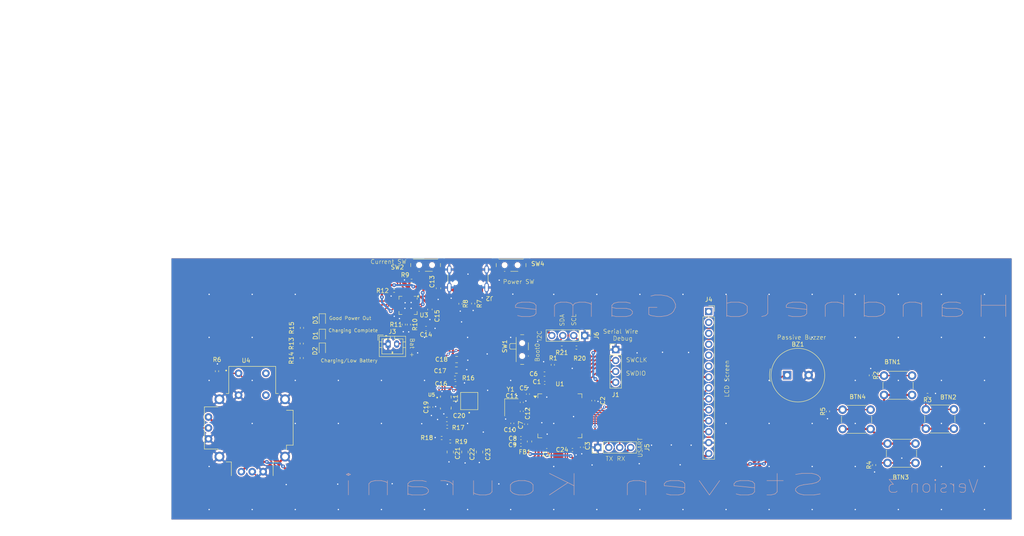
<source format=kicad_pcb>
(kicad_pcb (version 20241229) (generator "pcbnew") (generator_version "9.0")
  (layers (0 "F.Cu" signal) (2 "B.Cu" power) (13 "F.Paste" user) (15 "B.Paste" user) (5 "F.SilkS" user "F.Silkscreen") (7 "B.SilkS" user "B.Silkscreen") (1 "F.Mask" user) (3 "B.Mask" user) (25 "Edge.Cuts" user))
  (net 0 "")
  (net 1 "+3.3V")
  (net 2 "GND")
  (net 3 "+3.3VA")
  (net 4 "Net-(U1-NRST)")
  (net 5 "/OSC_IN")
  (net 6 "/OSC_OUT")
  (net 7 "VBUS")
  (net 8 "Net-(J3-Pin_2)")
  (net 9 "/5v_Out")
  (net 10 "Net-(U5-VAUX)")
  (net 11 "Net-(D1-A)")
  (net 12 "Net-(D1-K)")
  (net 13 "Net-(D2-K)")
  (net 14 "Net-(D2-A)")
  (net 15 "Net-(D3-K)")
  (net 16 "Net-(D3-A)")
  (net 17 "/SWDIO")
  (net 18 "/SWCLK")
  (net 23 "Net-(J2-CC1)")
  (net 24 "Net-(J2-CC2)")
  (net 28 "/SCK")
  (net 30 "/RST")
  (net 33 "/MOSI")
  (net 36 "/DC")
  (net 37 "/CS")
  (net 39 "Net-(U5-L2)")
  (net 40 "Net-(U5-L1)")
  (net 41 "Net-(SW1-B)")
  (net 42 "Net-(U1-BOOT0)")
  (net 43 "Net-(U1-PA3)")
  (net 44 "Net-(U3-PROG1)")
  (net 45 "Net-(U3-PROG3)")
  (net 46 "Net-(U3-THERM)")
  (net 47 "Net-(U5-FB)")
  (net 48 "Net-(U5-PG)")
  (net 49 "Net-(SW2-B)")
  (net 55 "Net-(U1-PA2)")
  (net 56 "/USART6_RX")
  (net 57 "Net-(U1-PA4)")
  (net 72 "Net-(U1-VCAP1)")
  (net 73 "/USART6_TX")
  (net 76 "/I2C1_SCL")
  (net 77 "/I2C1_SDA")
  (net 78 "Net-(SW4-B)")
  (net 79 "Net-(SW4-A)")
  (net 83 "Net-(BZ1-+)")
  (net 88 "/Button1")
  (net 89 "/Button2")
  (net 90 "/Button3")
  (net 91 "/Button4")
  (net 92 "Net-(SW2-C)")
  (footprint "Capacitor_SMD:C_0402_1005Metric" (layer "F.Cu") (at 135.1 103.63 -90)
    (property "Reference" "C3")
    (property "Value" "100n" (hide yes))
  )
  (footprint "Package_DFN_QFN:QFN-20-1EP_4x4mm_P0.5mm_EP2.5x2.5mm" (layer "F.Cu") (at 94.728696 70.662858 -90)
    (property "Reference" "U3")
    (property "Value" "MCP73871-2CC" (hide yes))
  )
  (footprint "Resistor_SMD:R_0402_1005Metric" (layer "F.Cu") (at 133.818696 80.475358)
    (property "Reference" "R20")
    (property "Value" "1.5k" (hide yes))
  )
  (footprint "LED_SMD:LED_0603_1608Metric" (layer "F.Cu") (at 74.828696 80.887858 -90)
    (property "Reference" "D2")
    (property "Value" "~" (hide yes))
  )
  (footprint "Capacitor_SMD:C_0603_1608Metric" (layer "F.Cu") (at 105.753696 88.875358)
    (property "Reference" "C16")
    (property "Value" "10u" (hide yes))
  )
  (footprint "Capacitor_SMD:C_0805_2012Metric" (layer "F.Cu") (at 106 83.25)
    (property "Reference" "C18")
    (property "Value" "10u" (hide yes))
  )
  (footprint "Resistor_SMD:R_0402_1005Metric" (layer "F.Cu") (at 103.818696 98.875358)
    (property "Reference" "R17")
    (property "Value" "470k" (hide yes))
  )
  (footprint "Package_QFP:LQFP-64_10x10mm_P0.5mm" (layer "F.Cu") (at 129.978696 96.325358)
    (property "Reference" "U1")
    (property "Value" "STM32F411RETx" (hide yes))
  )
  (footprint "Capacitor_SMD:C_0402_1005Metric" (layer "F.Cu") (at 121.128696 95.275358 90)
    (property "Reference" "C12")
    (property "Value" "10p" (hide yes))
  )
  (footprint "Capacitor_SMD:C_0805_2012Metric" (layer "F.Cu") (at 111.328696 104.725358 -90)
    (property "Reference" "C23")
    (property "Value" "22u" (hide yes))
  )
  (footprint "Capacitor_SMD:C_0402_1005Metric" (layer "F.Cu") (at 132.9 104.25)
    (property "Reference" "C24")
    (property "Value" "2.2u" (hide yes))
  )
  (footprint "Button_Switch_THT:SW_PUSH_6mm_H4.3mm" (layer "F.Cu") (at 195.6 94.89)
    (property "Reference" "BTN4")
    (property "Value" "~" (hide yes))
  )
  (footprint "Connector_PinHeader_2.54mm:PinHeader_1x04_P2.54mm_Vertical" (layer "F.Cu") (at 142.928696 80.935358)
    (property "Reference" "J1")
    (property "Value" "Serial Wire" (hide yes))
  )
  (footprint "Capacitor_SMD:C_0603_1608Metric" (layer "F.Cu") (at 103.728696 97.175358 180)
    (property "Reference" "C20")
    (property "Value" "10u" (hide yes))
  )
  (footprint "Resistor_SMD:R_0402_1005Metric" (layer "F.Cu") (at 202.928696 107.765358 90)
    (property "Reference" "R4")
    (property "Value" "10k" (hide yes))
  )
  (footprint "Resistor_SMD:R_0402_1005Metric" (layer "F.Cu") (at 192.2 95.3 90)
    (property "Reference" "R5")
    (property "Value" "10k" (hide yes))
  )
  (footprint "Resistor_SMD:R_0402_1005Metric" (layer "F.Cu") (at 104.528696 102.275358 180)
    (property "Reference" "R19")
    (property "Value" "100k" (hide yes))
  )
  (footprint "Capacitor_SMD:C_0805_2012Metric" (layer "F.Cu") (at 107.928696 104.725358 -90)
    (property "Reference" "C22")
    (property "Value" "22u" (hide yes))
  )
  (footprint "Connector_PinHeader_2.54mm:PinHeader_1x04_P2.54mm_Vertical" (layer "F.Cu") (at 135.728696 77.675358 -90)
    (property "Reference" "J6")
    (property "Value" "I2C" (hide yes))
  )
  (footprint "Connector_PinSocket_2.54mm:PinSocket_1x14_P2.54mm_Vertical" (layer "F.Cu") (at 164.528696 72.075358)
    (property "Reference" "J4")
    (property "Value" "Conn_01x14_Socket" (hide yes))
  )
  (footprint "Resistor_SMD:R_0402_1005Metric" (layer "F.Cu") (at 105.618696 87.475358 180)
    (property "Reference" "R16")
    (property "Value" "10k" (hide yes))
  )
  (footprint "Capacitor_SMD:C_0402_1005Metric" (layer "F.Cu") (at 126.448696 88.675358)
    (property "Reference" "C1")
    (property "Value" "100n" (hide yes))
  )
  (footprint "Resistor_SMD:R_0402_1005Metric" (layer "F.Cu") (at 91.5 67.25 180)
    (property "Reference" "R12")
    (property "Value" "15k" (hide yes))
  )
  (footprint "Capacitor_SMD:C_0603_1608Metric" (layer "F.Cu") (at 101.8 66.7 -90)
    (property "Reference" "C13")
    (property "Value" "4.7u" (hide yes))
  )
  (footprint "Capacitor_SMD:C_0402_1005Metric" (layer "F.Cu") (at 100.128696 94.295358 -90)
    (property "Reference" "C19")
    (property "Value" "100n" (hide yes))
  )
  (footprint "Capacitor_SMD:C_0402_1005Metric" (layer "F.Cu") (at 120.928696 101.487858 180)
    (property "Reference" "C8")
    (property "Value" "1u" (hide yes))
  )
  (footprint "Resistor_SMD:R_0402_1005Metric" (layer "F.Cu") (at 109.85 70.24 -90)
    (property "Reference" "R7")
    (property "Value" "5.1k" (hide yes))
  )
  (footprint "Connector_JST:JST_PH_B2B-PH-K_1x02_P2.00mm_Vertical" (layer "F.Cu") (at 90.1 79.65)
    (property "Reference" "J3")
    (property "Value" "batt pin" (hide yes))
  )
  (footprint "Resistor_SMD:R_0402_1005Metric" (layer "F.Cu") (at 70.1 75.89 -90)
    (property "Reference" "R15")
    (property "Value" "470" (hide yes))
  )
  (footprint "Button_Switch_SMD:SW_SPDT_PCM12" (layer "F.Cu") (at 121.548696 80.925358 -90)
    (property "Reference" "SW1")
    (property "Value" "SW_SPDT" (hide yes))
  )
  (footprint "Resistor_SMD:R_0402_1005Metric" (layer "F.Cu") (at 70.05 79.54 -90)
    (property "Reference" "R13")
    (property "Value" "470" (hide yes))
  )
  (footprint "Resistor_SMD:R_0402_1005Metric" (layer "F.Cu") (at 93.728696 75.125358 -90)
    (property "Reference" "R11")
    (property "Value" "15k" (hide yes))
  )
  (footprint "Resistor_SMD:R_0402_1005Metric" (layer "F.Cu") (at 215.328696 91.475358 180)
    (property "Reference" "R3")
    (property "Value" "10k" (hide yes))
  )
  (footprint "Button_Switch_THT:SW_PUSH_6mm_H4.3mm" (layer "F.Cu") (at 214.928696 94.815358)
    (property "Reference" "BTN2")
    (property "Value" "~" (hide yes))
  )
  (footprint "Resistor_SMD:R_0402_1005Metric" (layer "F.Cu") (at 128.328696 84.475358 -90)
    (property "Reference" "R1")
    (property "Value" "10k" (hide yes))
  )
  (footprint "Capacitor_SMD:C_0805_2012Metric" (layer "F.Cu") (at 105.95 85.7)
    (property "Reference" "C17")
    (property "Value" "10u" (hide yes))
  )
  (footprint "Button_Switch_THT:SW_PUSH_6mm_H4.3mm" (layer "F.Cu") (at 211.728696 91.475358 180)
    (property "Reference" "BTN1")
    (property "Value" "~" (hide yes))
  )
  (footprint "Resistor_SMD:R_0402_1005Metric" (layer "F.Cu") (at 70.05 82.9 -90)
    (property "Reference" "R14")
    (property "Value" "470" (hide yes))
  )
  (footprint "Buzzer_Beeper:Buzzer_TDK_PS1240P02BT_D12.2mm_H6.5mm" (layer "F.Cu") (at 182.728696 86.875358)
    (property "Reference" "BZ1")
    (property "Value" "Buzzer" (hide yes))
  )
  (footprint "Capacitor_SMD:C_0402_1005Metric" (layer "F.Cu") (at 122.128696 98.275358 90)
    (property "Reference" "C7")
    (property "Value" "10n" (hide yes))
  )
  (footprint "Connector_PinHeader_2.54mm:PinHeader_1x04_P2.54mm_Vertical" (layer "F.Cu") (at 138.788696 103.675358 90)
    (property "Reference" "J5")
    (property "Value" "USART" (hide yes))
  )
  (footprint "Resistor_SMD:R_0402_1005Metric" (layer "F.Cu") (at 130.418696 80.475358 180)
    (property "Reference" "R21")
    (property "Value" "1.5k" (hide yes))
  )
  (footprint "Capacitor_SMD:C_0805_2012Metric" (layer "F.Cu") (at 104.528696 104.725358 -90)
    (property "Reference" "C21")
    (property "Value" "22u" (hide yes))
  )
  (footprint "Resistor_SMD:R_0402_1005Metric" (layer "F.Cu") (at 106.9 70.29 -90)
    (property "Reference" "R8")
    (property "Value" "5.1k" (hide yes))
  )
  (footprint "Resistor_SMD:R_0402_1005Metric" (layer "F.Cu") (at 95.54 64.95 180)
    (property "Reference" "R9")
    (property "Value" "10k" (hide yes))
  )
  (footprint "Capacitor_SMD:C_0402_1005Metric" (layer "F.Cu") (at 126.928696 104.275358 180)
    (property "Reference" "C4")
    (property "Value" "100n" (hide yes))
  )
  (footprint "Capacitor_SMD:C_0402_1005Metric" (layer "F.Cu") (at 137.728696 92.795358 -90)
    (property "Reference" "C2")
    (property "Value" "100n" (hide yes))
  )
  (footprint "Capacitor_SMD:C_0402_1005Metric" (layer "F.Cu") (at 121.128696 93.195358 90)
    (property "Reference" "C11")
    (property "Value" "10p" (hide yes))
  )
  (footprint "Resistor_SMD:R_0402_1005Metric" (layer "F.Cu") (at 202.168696 86.925358 -90)
    (property "Reference" "R2")
    (property "Value" "10k" (hide yes))
  )
  (footprint "Button_Switch_SMD:SW_SPDT_PCM12" (layer "F.Cu") (at 118.65 61.63 180)
    (property "Reference" "SW4")
    (property "Value" "SW_SPDT" (hide yes))
  )
  (footprint "Capacitor_SMD:C_0402_1005Metric" (layer "F.Cu") (at 122.558696 91.275358 90)
    (property "Reference" "C5")
    (property "Value" "100n" (hide yes))
  )
  (footprint "Capacitor_SMD:C_0402_1005Metric" (layer "F.Cu") (at 118.928696 98.075358 -90)
    (property "Reference" "C10")
    (property "Value" "100n" (hide yes))
  )
  (footprint "XFL4020-152MEC:IND_XFL4020-152MEC" (layer "F.Cu") (at 108.928696 92.890358 90)
    (property "Reference" "L1")
    (property "Value" "XFL4020-152MEC" (hide yes))
  )
  (footprint "Capacitor_SMD:C_0402_1005Metric" (layer "F.Cu") (at 120.928696 103.075358 180)
    (property "Reference" "C9")
    (property "Value" "1u" (hide yes))
  )
  (footprint "Connector_USB:USB_C_Receptacle_GCT_USB4105-xx-A_16P_TopMnt_Horizontal" (layer "F.Cu") (at 108.64 63.4 180)
    (property "Reference" "J2")
    (property "Value" "USB_C_Receptacle_USB2.0_16P" (hide yes))
  )
  (footprint "Inductor_SMD:L_0603_1608Metric" (layer "F.Cu") (at 122.928696 102.287858 -90)
    (property "Reference" "FB1")
    (property "Value" "120R" (hide yes))
  )
  (footprint "LED_SMD:LED_0603_1608Metric" (layer "F.Cu") (at 74.828696 74.087858 -90)
    (property "Reference" "D3")
    (property "Value" "~" (hide yes))
  )
  (footprint "COM-09032:XDCR_COM-09032" (layer "F.Cu") (at 58.555196 99.141858)
    (property "Reference" "U4")
    (property "Value" "COM-09032" (hide yes))
  )
  (footprint "Capacitor_SMD:C_0603_1608Metric" (layer "F.Cu") (at 126.403696 86.625358)
    (property "Reference" "C6")
    (property "Value" "10u" (hide yes))
  )
  (footprint "Resistor_SMD:R_0402_1005Metric" (layer "F.Cu") (at 102.528696 101.475358 180)
    (property "Reference" "R18")
    (property "Value" "150k" (hide yes))
  )
  (footprint "Button_Switch_THT:SW_PUSH_6mm_H4.3mm" (layer "F.Cu") (at 212.528696 107.275358 180)
    (property "Reference" "BTN3")
    (property "Value" "~" (hide yes))
  )
  (footprint "Resistor_SMD:R_0402_1005Metric" (layer "F.Cu") (at 50.375196 85.964358 -90)
    (property "Reference" "R6")
    (property "Value" "10k" (hide yes))
  )
  (footprint "Button_Switch_SMD:SW_SPDT_PCM12" (layer "F.Cu") (at 98.8 61.62 180)
    (property "Reference" "SW2")
    (property "Value" "SW_SPDT")
  )
  (footprint "Resistor_SMD:R_0402_1005Metric" (layer "F.Cu") (at 94.928696 75.125358 -90)
    (property "Reference" "R10")
    (property "Value" "2k" (hide yes))
  )
  (footprint "LED_SMD:LED_0603_1608Metric" (layer "F.Cu") (at 74.828696 77.687858 -90)
    (property "Reference" "D1")
    (property "Value" "~" (hide yes))
  )
  (footprint "Capacitor_SMD:C_0603_1608Metric" (layer "F.Cu") (at 99.8 71.6 -90)
    (property "Reference" "C15")
    (property "Value" "4.7u" (hide yes))
  )
  (footprint "TPS63070RNMR:VREG_TPS63070RNMR" (layer "F.Cu") (at 103.491196 93.240358)
    (property "Reference" "U5")
    (property "Value" "TPS63070RNMR" (hide yes))
  )
  (footprint "Crystal:Crystal_SMD_SeikoEpson_TSX3225-4Pin_3.2x2.5mm" (layer "F.Cu") (at 118.728696 94.375358 -90)
    (property "Reference" "Y1")
    (property "Value" "16MHz" (hide yes))
  )
  (footprint "Capacitor_SMD:C_0603_1608Metric" (layer "F.Cu") (at 98.903696 76.037858 180)
    (property "Reference" "C14")
    (property "Value" "4.7u" (hide yes))
  )
  (gr_rect (start 39.728696 59.675358) (end 234.928696 120.475358) (stroke (width 0.05)) (fill no) (layer "Edge.Cuts"))
  (gr_text "RX" (at 143.128696 106.875358 0) (layer "F.SilkS") (effects (font (size 1 1) (thickness 0.1)) (justify left bottom)))
  (gr_text "SWDIO" (at 145.25 87.05 0) (layer "F.SilkS") (effects (font (size 1 1) (thickness 0.1)) (justify left bottom)))
  (gr_text "Boot0" (at 125.328696 83.825358 90) (layer "F.SilkS") (effects (font (size 1 1) (thickness 0.1)) (justify left bottom)))
  (gr_text "Passive Buzzer" (at 180.328696 78.675358 0) (layer "F.SilkS") (effects (font (size 1 1) (thickness 0.1)) (justify left bottom)))
  (gr_text "I2C\n" (at 125.828696 79.005358 90) (layer "F.SilkS") (effects (font (size 1 1) (thickness 0.1)) (justify left bottom)))
  (gr_text "Serial Wire\n   Debug" (at 139.928696 78.925358 0) (layer "F.SilkS") (effects (font (size 1 1) (thickness 0.1)) (justify left bottom)))
  (gr_text "Good Power Out" (at 76.35 74.1 0) (layer "F.SilkS") (effects (font (size 0.8 0.8) (thickness 0.1)) (justify left bottom)))
  (gr_text "Power SW" (at 116.7 65.75 0) (layer "F.SilkS") (effects (font (size 1 1) (thickness 0.1)) (justify left bottom)))
  (gr_text "TX" (at 140.528696 106.875358 0) (layer "F.SilkS") (effects (font (size 1 1) (thickness 0.1)) (justify left bottom)))
  (gr_text "Charging Complete\n" (at 76.2 76.95 0) (layer "F.SilkS") (effects (font (size 0.8 0.8) (thickness 0.1)) (justify left bottom)))
  (gr_text "LCD Screen" (at 169.328696 92.075358 90) (layer "F.SilkS") (effects (font (size 1 1) (thickness 0.1)) (justify left bottom)))
  (gr_text "SWCLK\n" (at 145.278696 83.925358 0) (layer "F.SilkS") (effects (font (size 1 1) (thickness 0.1)) (justify left bottom)))
  (gr_text "SDA" (at 131.078696 75.575358 90) (layer "F.SilkS") (effects (font (size 1 1) (thickness 0.1)) (justify left bottom)))
  (gr_text "Current SW" (at 85.95 61.1 0) (layer "F.SilkS") (effects (font (size 1 1) (thickness 0.1)) (justify left bottom)))
  (gr_text "Bat +" (at 95.1 78.2 270) (layer "F.SilkS") (effects (font (size 1 1) (thickness 0.1)) (justify left bottom)))
  (gr_text "USART\n" (at 149.208696 106.075358 90) (layer "F.SilkS") (effects (font (size 1 1) (thickness 0.1)) (justify left bottom)))
  (gr_text "SCL" (at 133.818696 75.475358 90) (layer "F.SilkS") (effects (font (size 1 1) (thickness 0.1)) (justify left bottom)))
  (gr_text "Charging/Low Battery\n" (at 74.4 83.95 0) (layer "F.SilkS") (effects (font (size 0.8 0.8) (thickness 0.1)) (justify left bottom)))
  (gr_text "Steven Kourani" (at 192.378696 115.325358 0) (layer "B.SilkS") (effects (font (size 5 10) (thickness 0.1)) (justify left bottom mirror)))
  (gr_text "Version 3" (at 227.328696 114.475358 0) (layer "B.SilkS") (effects (font (size 3 3) (thickness 0.1)) (justify left bottom mirror)))
  (gr_text "Handheld Game" (at 235.928696 73.875358 0) (layer "B.SilkS") (effects (font (size 5 10) (thickness 0.1)) (justify left bottom mirror)))
  (segment (start 127.228696 103.215358) (end 127.408696 103.395358) (width 0.3) (layer "F.Cu") (net 1))
  (segment (start 131.946696 80.475358) (end 130.928696 80.475358) (width 0.5) (layer "F.Cu") (net 1))
  (segment (start 122.575358 104.675358) (end 123.1 105.2) (width 0.5) (layer "F.Cu") (net 1))
  (segment (start 104.478696 98.725358) (end 104.328696 98.875358) (width 0.5) (layer "F.Cu") (net 1))
  (segment (start 125.628696 86.625358) (end 117.303338 86.625358) (width 0.5) (layer "F.Cu") (net 1))
  (segment (start 57.641696 107.675358) (end 56.015196 109.301858) (width 0.5) (layer "F.Cu") (net 1))
  (segment (start 125.408696 74.975358) (end 130.228696 74.975358) (width 0.5) (layer "F.Cu") (net 1))
  (segment (start 117.303338 86.625358) (end 116.128696 87.8) (width 0.5) (layer "F.Cu") (net 1))
  (segment (start 116.128696 90.075358) (end 116.128696 86.475358) (width 0.5) (layer "F.Cu") (net 1))
  (segment (start 134.58 103.15) (end 135.1 103.15) (width 0.3) (layer "F.Cu") (net 1))
  (segment (start 206.028696 102.775358) (end 203.025358 102.775358) (width 0.5) (layer "F.Cu") (net 1))
  (segment (start 159.328696 105.752027) (end 159.328696 105.675358) (width 0.5) (layer "F.Cu") (net 1))
  (segment (start 203.025358 102.775358) (end 202.8 102.55) (width 0.5) (layer "F.Cu") (net 1))
  (segment (start 125.968696 89.515358) (end 125.968696 88.675358) (width 0.3) (layer "F.Cu") (net 1))
  (segment (start 116.128696 91.675358) (end 115.128696 92.675358) (width 0.5) (layer "F.Cu") (net 1))
  (segment (start 136.628696 92.575358) (end 136.888696 92.315358) (width 0.3) (layer "F.Cu") (net 1))
  (segment (start 61.928696 107.025358) (end 57.641696 107.025358) (width 0.5) (layer "F.Cu") (net 1))
  (segment (start 132.037696 80.384358) (end 132.128696 80.475358) (width 0.5) (layer "F.Cu") (net 1))
  (segment (start 202.725358 102.475358) (end 182.328696 102.475358) (width 0.5) (layer "F.Cu") (net 1))
  (segment (start 144.634642 91.115358) (end 148.434642 87.315358) (width 0.5) (layer "F.Cu") (net 1))
  (segment (start 105.038696 100.385358) (end 105.038696 102.275358) (width 0.5) (layer "F.Cu") (net 1))
  (segment (start 130.228696 74.975358) (end 130.928696 75.675358) (width 0.5) (layer "F.Cu") (net 1))
  (segment (start 205.228696 91.475358) (end 205.228696 96.178696) (width 0.5) (layer "F.Cu") (net 1))
  (segment (start 111.328696 103.775358) (end 111.428696 103.875358) (width 0.5) (layer "F.Cu") (net 1))
  (segment (start 105.038696 102.275358) (end 105.038696 102.565358) (width 0.5) (layer "F.Cu") (net 1))
  (segment (start 116.128696 91.125358) (end 116.128696 90.075358) (width 0.5) (layer "F.Cu") (net 1))
  (segment (start 138.928696 90.2) (end 139.844054 91.115358) (width 0.5) (layer "F.Cu") (net 1))
  (segment (start 116.128696 91.125358) (end 116.128696 91.675358) (width 0.5) (layer "F.Cu") (net 1))
  (segment (start 116.128696 85.121304) (end 116.128696 85.2) (width 0.5) (layer "F.Cu") (net 1))
  (segment (start 173.928696 107.675358) (end 161.252027 107.675358) (width 0.5) (layer "F.Cu") (net 1))
  (segment (start 205.228696 91.475358) (end 211.728696 91.475358) (width 0.5) (layer "F.Cu") (net 1))
  (segment (start 126.228696 89.775358) (end 125.968696 89.515358) (width 0.3) (layer "F.Cu") (net 1))
  (segment (start 105.038696 102.565358) (end 104.528696 103.075358) (width 0.5) (layer "F.Cu") (net 1))
  (segment (start 115.128696 103.875358) (end 119.528696 103.875358) (width 0.5) (layer "F.Cu") (net 1))
  (segment (start 126.228696 90.650358) (end 126.228696 89.775358) (width 0.3) (layer "F.Cu") (net 1))
  (segment (start 122.578696 91.775358) (end 122.558696 91.755358) (width 0.3) (layer "F.Cu") (net 1))
  (segment (start 126.928696 105.475358) (end 127.408696 104.995358) (width 0.5) (layer "F.Cu") (net 1))
  (segment (start 133.153338 106.35) (end 136.4 106.35) (width 0.5) (layer "F.Cu") (net 1))
  (segment (start 127.408696 103.395358) (end 127.408696 104.275358) (width 0.3) (layer "F.Cu") (net 1))
  (segment (start 205.728696 102.475358) (end 206.028696 102.775358) (width 0.5) (layer "F.Cu") (net 1))
  (segment (start 104.478696 96.475358) (end 104.478696 98.725358) (width 0.5) (layer "F.Cu") (net 1))
  (segment (start 136.4 106.35) (end 143.734054 106.35) (width 0.5) (layer "F.Cu") (net 1))
  (segment (start 202.8 102.55) (end 202.725358 102.475358) (width 0.5) (layer "F.Cu") (net 1))
  (segment (start 125.628696 86.625358) (end 125.628696 88.335358) (width 0.5) (layer "F.Cu") (net 1))
  (segment (start 122.558696 91.755358) (end 122.439726 91.755358) (width 0.5) (layer "F.Cu") (net 1))
  (segment (start 125.408696 74.975358) (end 126.108696 75.675358) (width 0.5) (layer "F.Cu") (net 1))
  (segment (start 116.128696 85.2) (end 116.128696 83.675358) (width 0.5) (layer "F.Cu") (net 1))
  (segment (start 57.641696 107.675358) (end 57.641696 105.848358) (width 0.5) (layer "F.Cu") (net 1))
  (segment (start 138.928696 91.115358) (end 137.728696 92.315358) (width 0.5) (layer "F.Cu") (net 1))
  (segment (start 117.628696 74.975358) (end 125.408696 74.975358) (width 0.5) (layer "F.Cu") (net 1))
  (segment (start 130.928696 75.675358) (end 132.037696 76.784358) (width 0.5) (layer "F.Cu") (net 1))
  (segment (start 116.128696 105.096662) (end 116.128696 108.075358) (width 0.5) (layer "F.Cu") (net 1))
  (segment (start 104.478696 95.225358) (end 104.478696 95.325358) (width 0.5) (layer "F.Cu") (net 1))
  (segment (start 119.528696 103.875358) (end 120.328696 104.675358) (width 0.5) (layer "F.Cu") (net 1))
  (segment (start 115.528696 108.675358) (end 66.328696 108.675358) (width 0.5) (layer "F.Cu") (net 1))
  (segment (start 206.028696 102.775358) (end 212.528696 102.775358) (width 0.5) (layer "F.Cu") (net 1))
  (segment (start 136.15 103.6) (end 136.15 106.1) (width 0.5) (layer "F.Cu") (net 1))
  (segment (start 104.328696 99.675358) (end 105.038696 100.385358) (width 0.5) (layer "F.Cu") (net 1))
  (segment (start 120.328696 104.675358) (end 121.928696 104.675358) (width 0.5) (layer "F.Cu") (net 1))
  (segment (start 213.688696 98.075358) (end 214.928696 99.315358) (width 0.5) (layer "F.Cu") (net 1))
  (segment (start 135.653696 92.575358) (end 136.628696 92.575358) (width 0.3) (layer "F.Cu") (net 1))
  (segment (start 107.928696 103.775358) (end 111.328696 103.775358) (width 0.5) (layer "F.Cu") (net 1))
  (segment (start 134.008696 103.155358) (end 134.574642 103.155358) (width 0.3) (layer "F.Cu") (net 1))
  (segment (start 143.734054 106.35) (end 144.408696 105.675358) (width 0.5) (layer "F.Cu") (net 1))
  (segment (start 136.15 106.1) (end 136.4 106.35) (width 0.5) (layer "F.Cu") (net 1))
  (segment (start 116.128696 76.475358) (end 117.628696 74.975358) (width 0.5) (layer "F.Cu") (net 1))
  (segment (start 138.928696 88.475358) (end 138.928696 91.115358) (width 0.5) (layer "F.Cu") (net 1))
  (segment (start 115.128696 92.675358) (end 115.128696 102.696662) (width 0.5) (layer "F.Cu") (net 1))
  (segment (start 104.016196 94.762858) (end 104.478696 95.225358) (width 0.5) (layer "F.Cu") (net 1))
  (segment (start 122.439726 91.755358) (end 121.409726 90.725358) (width 0.5) (layer "F.Cu") (net 1))
  (segment (start 139.844054 91.115358) (end 144.634642 91.115358) (width 0.5) (layer "F.Cu") (net 1))
  (segment (start 117.35 103.875358) (end 116.128696 105.096662) (width 0.5) (layer "F.Cu") (net 1))
  (segment (start 164.128696 104.695358) (end 164.528696 105.095358) (width 0.5) (layer "F.Cu") (net 1))
  (segment (start 130.228696 74.975358) (end 137.228696 74.975358) (width 0.5) (layer "F.Cu") (net 1))
  (segment (start 158.704054 106.3) (end 145.033338 106.3) (width 0.5) (layer "F.Cu") (net 1))
  (segment (start 138.928696 88.475358) (end 142.848696 88.475358) (width 0.5) (layer "F.Cu") (net 1))
  (segment (start 124.303696 92.575358) (end 122.928696 92.575358) (width 0.3) (layer "F.Cu") (net 1))
  (segment (start 205.228696 96.178696) (end 207.125358 98.075358) (width 0.5) (layer "F.Cu") (net 1))
  (segment (start 138.178696 75.925358) (end 138.178696 81.225358) (width 0.5) (layer "F.Cu") (net 1))
  (segment (start 214.928696 99.315358) (end 221.428696 99.315358) (width 0.5) (layer "F.Cu") (net 1))
  (segment (start 116.128696 83.675358) (end 116.128696 76.475358) (width 0.5) (layer "F.Cu") (net 1))
  (segment (start 202.8 102.55) (end 207.2 98.15) (width 0.5) (layer "F.Cu") (net 1))
  (segment (start 127.408696 104.995358) (end 127.408696 104.275358) (width 0.5) (layer "F.Cu") (net 1))
  (segment (start 111.428696 103.875358) (end 115.128696 103.875358) (width 0.5) (layer "F.Cu") (net 1))
  (segment (start 136.15 103.6) (end 135.7 103.15) (width 0.5) (layer "F.Cu") (net 1))
  (segment (start 116.528696 90.725358) (end 116.128696 91.125358) (width 0.5) (layer "F.Cu") (net 1))
  (segment (start 174.128696 107.475358) (end 173.928696 107.675358) (width 0.5) (layer "F.Cu") (net 1))
  (segment (start 133.728696 102.000358) (end 133.728696 102.875358) (width 0.3) (layer "F.Cu") (net 1))
  (segment (start 131.937696 80.284358) (end 131.937696 76.884358) (width 0.5) (layer "F.Cu") (net 1))
  (segment (start 122.728696 103.075358) (end 121.408696 103.075358) (width 0.3) (layer "F.Cu") (net 1))
  (segment (start 131.937696 76.884358) (end 132.037696 76.784358) (width 0.5) (layer "F.Cu") (net 1))
  (segment (start 122.928696 103.675358) (end 122.928696 103.075358) (width 0.5) (layer "F.Cu") (net 1))
  (segment (start 104.528696 103.075358) (end 104.528696 103.775358) (width 0.5) (layer "F.Cu") (net 1))
  (segment (start 159.328696 105.675358) (end 158.704054 106.3) (width 0.5) (layer "F.Cu") (net 1))
  (segment (start 126.108696 75.675358) (end 128.108696 77.675358) (width 0.5) (layer "F.Cu") (net 1))
  (segment (start 122.928696 92.575358) (end 122.558696 92.205358) (width 0.5) (layer "F.Cu") (net 1))
  (segment (start 121.928696 104.675358) (end 122.928696 103.675358) (width 0.5) (layer "F.Cu") (net 1))
  (segment (start 163.948696 105.675358) (end 164.528696 105.095358) (width 0.5) (layer "F.Cu") (net 1))
  (segment (start 117.85 83.4) (end 116.128696 85.121304) (width 0.5) (layer "F.Cu") (net 1))
  (segment (start 182.328696 102.475358) (end 177.328696 107.475358) (width 0.5) (layer "F.Cu") (net 1))
  (segment (start 104.528696 103.775358) (end 107.928696 103.775358) (width 0.5) (layer "F.Cu") (net 1))
  (segment (start 144.983338 106.35) (end 143.734054 106.35) (width 0.5) (layer "F.Cu") (net 1))
  (segment (start 115.128696 102.696662) (end 113.95 103.875358) (width 0.5) (layer "F.Cu") (net 1))
  (segment (start 104.478696 95.325358) (end 104.478696 96.475358) (width 0.5) (layer "F.Cu") (net 1))
  (segment (start 148.434642 87.315358) (end 164.528696 87.315358) (width 0.5) (layer "F.Cu") (net 1))
  (segment (start 122.558696 92.205358) (end 122.558696 91.755358) (width 0.5) (layer "F.Cu") (net 1))
  (segment (start 134.574642 103.155358) (end 134.58 103.15) (width 0.3) (layer "F.Cu") (net 1))
  (segment (start 125.628696 88.335358) (end 125.968696 88.675358) (width 0.5) (layer "F.Cu") (net 1))
  (segment (start 104.016196 94.640358) (end 104.016196 94.762858) (width 0.5) (layer "F.Cu") (net 1))
  (segment (start 135.7 103.15) (end 135.1 103.15) (width 0.5) (layer "F.Cu") (net 1))
  (segment (start 127.228696 102.000358) (end 127.228696 103.215358) (width 0.3) (layer "F.Cu") (net 1))
  (segment (start 116.128696 86.475358) (end 116.128696 85.2) (width 0.5) (layer "F.Cu") (net 1))
  (segment (start 132.128696 80.475358) (end 133.308696 80.475358) (width 0.5) (layer "F.Cu") (net 1))
  (segment (start 122.978696 83.175358) (end 122.028696 83.175358) (width 0.5) (layer "F.Cu") (net 1))
  (segment (start 57.641696 105.848358) (end 48.395196 96.601858) (width 0.5) (layer "F.Cu") (net 1))
  (segment (start 144.408696 105.675358) (end 146.408696 103.675358) (width 0.5) (layer "F.Cu") (net 1))
  (segment (start 133.728696 102.875358) (end 134.008696 103.155358) (width 0.3) (layer "F.Cu") (net 1))
  (segment (start 122.028696 83.175358) (end 121.804054 83.4) (width 0.5) (layer "F.Cu") (net 1))
  (segment (start 202.1 99.39) (end 195.6 99.39) (width 0.5) (layer "F.Cu") (net 1))
  (segment (start 138.228696 87.775358) (end 138.928696 88.475358) (width 0.5) (layer "F.Cu") (net 1))
  (segment (start 207.125358 98.075358) (end 213.688696 98.075358) (width 0.5) (layer "F.Cu") (net 1))
  (segment (start 132.478696 105.675358) (end 133.153338 106.35) (width 0.5) (layer "F.Cu") (net 1))
  (segment (start 132.037696 80.384358) (end 131.946696 80.475358) (width 0.5) (layer "F.Cu") (net 1))
  (segment (start 161.252027 107.675358) (end 159.328696 105.752027) (width 0.5) (layer "F.Cu") (net 1))
  (segment (start 138.178696 81.225358) (end 137.728696 81.675358) (width 0.5) (layer "F.Cu") (net 1))
  (segment (start 204.03 101.32) (end 202.1 99.39) (width 0.5) (layer "F.Cu") (net 1))
  (segment (start 121.409726 90.725358) (end 116.528696 90.725358) (width 0.5) (layer "F.Cu") (net 1))
  (segment (start 136.888696 92.315358) (end 137.728696 92.315358) (width 0.3) (layer "F.Cu") (net 1))
  (segment (start 145.033338 106.3) (end 144.983338 106.35) (width 0.5) (layer "F.Cu") (net 1))
  (segment (start 66.328696 108.675358) (end 65.728696 108.075358) (width 0.5) (layer "F.Cu") (net 1))
  (segment (start 159.328696 105.675358) (end 163.948696 105.675358) (width 0.5) (layer "F.Cu") (net 1))
  (segment (start 121.928696 104.675358) (end 122.575358 104.675358) (width 0.5) (layer "F.Cu") (net 1))
  (segment (start 142.848696 88.475358) (end 142.928696 88.555358) (width 0.5) (layer "F.Cu") (net 1))
  (segment (start 116.128696 108.075358) (end 115.528696 108.675358) (width 0.5) (layer "F.Cu") (net 1))
  (segment (start 132.037696 80.384358) (end 131.937696 80.284358) (width 0.5) (layer "F.Cu") (net 1))
  (segment (start 121.804054 83.4) (end 117.85 83.4) (width 0.5) (layer "F.Cu") (net 1))
  (segment (start 104.328696 98.875358) (end 104.328696 99.675358) (width 0.5) (layer "F.Cu") (net 1))
  (segment (start 137.228696 74.975358) (end 138.178696 75.925358) (width 0.5) (layer "F.Cu") (net 1))
  (via (at 132.478696 105.675358) (size 0.9) (drill 0.3) (layers "F.Cu" "B.Cu") (net 1))
  (via (at 174.128696 107.475358) (size 0.9) (drill 0.3) (layers "F.Cu" "B.Cu") (net 1))
  (via (at 126.928696 105.475358) (size 0.9) (drill 0.3) (layers "F.Cu" "B.Cu") (net 1))
  (via (at 138.228696 87.775358) (size 0.9) (drill 0.3) (layers "F.Cu" "B.Cu") (net 1))
  (via (at 137.728696 81.675358) (size 0.9) (drill 0.3) (layers "F.Cu" "B.Cu") (net 1))
  (via (at 177.328696 107.475358) (size 0.9) (drill 0.3) (layers "F.Cu" "B.Cu") (net 1))
  (via (at 65.728696 108.075358) (size 0.9) (drill 0.3) (layers "F.Cu" "B.Cu") (net 1))
  (via (at 123.1 105.2) (size 0.9) (drill 0.3) (layers "F.Cu" "B.Cu") (net 1))
  (via (at 61.928696 107.025358) (size 0.9) (drill 0.3) (layers "F.Cu" "B.Cu") (net 1))
  (segment (start 61.928696 107.025358) (end 61.928696 107.075358) (width 0.5) (layer "B.Cu") (net 1))
  (segment (start 61.928696 107.075358) (end 62.128696 107.275358) (width 0.5) (layer "B.Cu") (net 1))
  (segment (start 64.928696 107.275358) (end 65.728696 108.075358) (width 0.5) (layer "B.Cu") (net 1))
  (segment (start 126.978696 105.525358) (end 132.328696 105.525358) (width 0.5) (layer "B.Cu") (net 1))
  (segment (start 132.328696 105.525358) (end 132.478696 105.675358) (width 0.5) (layer "B.Cu") (net 1))
  (segment (start 62.128696 107.275358) (end 64.928696 107.275358) (width 0.5) (layer "B.Cu") (net 1))
  (segment (start 177.328696 107.475358) (end 174.128696 107.475358) (width 0.5) (layer "B.Cu") (net 1))
  (segment (start 126.928696 105.475358) (end 126.978696 105.525358) (width 0.5) (layer "B.Cu") (net 1))
  (segment (start 126.653338 105.2) (end 126.928696 105.475358) (width 0.5) (layer "B.Cu") (net 1))
  (segment (start 137.728696 87.275358) (end 137.728696 81.675358) (width 0.5) (layer "B.Cu") (net 1))
  (segment (start 123.1 105.2) (end 126.653338 105.2) (width 0.5) (layer "B.Cu") (net 1))
  (segment (start 138.228696 87.775358) (end 137.728696 87.275358) (width 0.5) (layer "B.Cu") (net 1))
  (segment (start 102.953696 97.175358) (end 101.578696 97.175358) (width 0.3) (layer "F.Cu") (net 2))
  (segment (start 94.75 68.704054) (end 94.728696 68.725358) (width 0.3) (layer "F.Cu") (net 2))
  (segment (start 107.478696 88.875358) (end 106.528696 88.875358) (width 0.3) (layer "F.Cu") (net 2))
  (segment (start 202.928696 109.275358) (end 203.028696 109.375358) (width 0.3) (layer "F.Cu") (net 2))
  (segment (start 111.328696 107.125358) (end 111.278696 107.175358) (width 0.3) (layer "F.Cu") (net 2))
  (segment (start 95.03 64.95) (end 94.1 64.95) (width 0.3) (layer "F.Cu") (net 2))
  (segment (start 122.848696 97.795358) (end 122.128696 97.795358) (width 0.3) (layer "F.Cu") (net 2))
  (segment (start 135.1 104.11) (end 135.1 105.1) (width 0.2) (layer "F.Cu") (net 2))
  (segment (start 105.44 68.31) (end 104.75 69) (width 0.3) (layer "F.Cu") (net 2))
  (segment (start 125.628696 98.075358) (end 125.778696 97.925358) (width 0.3) (layer "F.Cu") (net 2))
  (segment (start 100.15 96.25) (end 100.15 95.096662) (width 0.3) (layer "F.Cu") (net 2))
  (segment (start 94.75 66.75) (end 94.75 68.704054) (width 0.3) (layer "F.Cu") (net 2))
  (segment (start 109.85 70.75) (end 109.85 71.85) (width 0.3) (layer "F.Cu") (net 2))
  (segment (start 118.928696 98.555358) (end 118.928696 99.575358) (width 0.3) (layer "F.Cu") (net 2))
  (segment (start 99.55 76.0125) (end 100.8625 76.0125) (width 0.3) (layer "F.Cu") (net 2))
  (segment (start 91.528696 72.621304) (end 92.487142 71.662858) (width 0.3) (layer "F.Cu") (net 2))
  (segment (start 101.8 69.2) (end 101.725 69.275) (width 0.3) (layer "F.Cu") (net 2))
  (segment (start 93.728696 75.635358) (end 93.728696 76.675358) (width 0.3) (layer "F.Cu") (net 2))
  (segment (start 117.928696 95.475358) (end 117.928696 96.525358) (width 0.3) (layer "F.Cu") (net 2))
  (segment (start 102.341196 93.990358) (end 101.313696 93.990358) (width 0.3) (layer "F.Cu") (net 2))
  (segment (start 126.728696 89.675358) (end 126.928696 89.475358) (width 0.3) (layer "F.Cu") (net 2))
  (segment (start 107.075358 85.875358) (end 106.9 85.7) (width 0.3) (layer "F.Cu") (net 2))
  (segment (start 133.228696 103.175358) (end 134.163338 104.11) (width 0.3) (layer "F.Cu") (net 2))
  (segment (start 133.55 105.4) (end 133.38 105.23) (width 0.3) (layer "F.Cu") (net 2))
  (segment (start 119.528696 92.313328) (end 119.528696 93.275358) (width 0.3) (layer "F.Cu") (net 2))
  (segment (start 126.728696 103.075358) (end 126.448696 103.355358) (width 0.3) (layer "F.Cu") (net 2))
  (segment (start 120.448696 103.075358) (end 119.728696 103.075358) (width 0.3) (layer "F.Cu") (net 2))
  (segment (start 137.728696 93.275358) (end 138.528696 93.275358) (width 0.3) (layer "F.Cu") (net 2))
  (segment (start 119.978696 91.625358) (end 119.978696 91.863328) (width 0.3) (layer "F.Cu") (net 2))
  (segment (start 135.653696 93.075358) (end 136.728696 93.075358) (width 0.3) (layer "F.Cu") (net 2))
  (segment (start 111.328696 105.675358) (end 111.328696 107.125358) (width 0.3) (layer "F.Cu") (net 2))
  (segment (start 133.228696 102.000358) (end 133.228696 103.175358) (width 0.3) (layer "F.Cu") (net 2))
  (segment (start 94.928696 75.635358) (end 94.928696 76.775358) (width 0.3) (layer "F.Cu") (net 2))
  (segment (start 100.128696 95.075358) (end 100.128696 94.775358) (width 0.3) (layer "F.Cu") (net 2))
  (segment (start 102.766196 90.825358) (end 102.616196 90.675358) (width 0.3) (layer "F.Cu") (net 2))
  (segment (start 124.303696 98.075358) (end 125.628696 98.075358) (width 0.3) (layer "F.Cu") (net 2))
  (segment (start 100.15 95.096662) (end 100.128696 95.075358) (width 0.3) (layer "F.Cu") (net 2))
  (segment (start 90.89 67.2) (end 90.89 68.41) (width 0.3) (layer "F.Cu") (net 2))
  (segment (start 111.84 68.79) (end 111.95 68.9) (width 0.3) (layer "F.Cu") (net 2))
  (segment (start 120.448696 101.487858) (end 119.541196 101.487858) (width 0.3) (layer "F.Cu") (net 2))
  (segment (start 104.528696 105.675358) (end 104.528696 106.725358) (width 0.3) (layer "F.Cu") (net 2))
  (segment (start 121.918696 92.715358) (end 122.078696 92.875358) (width 0.3) (layer "F.Cu") (net 2))
  (segment (start 192.2 95.81) (end 192.2 96.9) (width 0.3) (layer "F.Cu") (net 2))
  (segment (start 215.838696 91.475358) (end 216.828696 91.475358) (width 0.3) (layer "F.Cu") (net 2))
  (segment (start 107.678696 88.675358) (end 107.478696 88.875358) (width 0.3) (layer "F.Cu") (net 2))
  (segment (start 107.828696 88.675358) (end 107.678696 88.675358) (width 0.3) (layer "F.Cu") (net 2))
  (segment (start 107.928696 107.225358) (end 107.978696 107.275358) (width 0.3) (layer "F.Cu") (net 2))
  (segment (start 107.978696 85.875358) (end 107.075358 85.875358) (width 0.3) (layer "F.Cu") (net 2))
  (segment (start 138.528696 93.275358) (end 138.828696 92.975358) (width 0.3) (layer "F.Cu") (net 2))
  (segment (start 108.6 83.404054) (end 108.445946 83.25) (width 0.3) (layer "F.Cu") (net 2))
  (segment (start 192.2 96.9) (end 192.1 97) (width 0.3) (layer "F.Cu") (net 2))
  (segment (start 117.928696 96.525358) (end 117.378696 97.075358) (width 0.3) (layer "F.Cu") (net 2))
  (segment (start 126.728696 90.650358) (end 126.728696 89.675358) (width 0.3) (layer "F.Cu") (net 2))
  (segment (start 133.38 105.23) (end 133.38 104.25) (width 0.3) (layer "F.Cu") (net 2))
  (segment (start 134.163338 104.11) (end 135.1 104.11) (width 0.3) (layer "F.Cu") (net 2))
  (segment (start 123.128696 98.075358) (end 122.848696 97.795358) (width 0.3) (layer "F.Cu") (net 2))
  (segment (start 137.608696 93.395358) (end 137.728696 93.275358) (width 0.3) (layer "F.Cu") (net 2))
  (segment (start 93.728696 73.025358) (end 93.628696 73.125358) (width 0.3) (layer "F.Cu") (net 2))
  (segment (start 126.448696 103.355358) (end 126.448696 104.275358) (width 0.3) (layer "F.Cu") (net 2))
  (segment (start 127.178696 86.625358) (end 127.178696 88.425358) (width 0.5) (layer "F.Cu") (net 2))
  (segment (start 105.44 67.08) (end 105.44 68.31) (width 0.3) (layer "F.Cu") (net 2))
  (segment (start 108.6 83.4) (end 108.6 83.404054) (width 0.3) (layer "F.Cu") (net 2))
  (segment (start 116.3 64.4) (end 115.9 64.8) (width 0.3) (layer "F.Cu") (net 2))
  (segment (start 121.958696 94.795358) (end 122.128696 94.625358) (width 0.3) (layer "F.Cu") (net 2))
  (segment (start 124.303696 98.075358) (end 123.128696 98.075358) (width 0.3) (layer "F.Cu") (net 2))
  (segment (start 108.254054 85.6) (end 107.978696 85.875358) (width 0.3) (layer "F.Cu") (net 2))
  (segment (start 101.8 67.525) (end 101.8 69.2) (width 0.3) (layer "F.Cu") (net 2))
  (segment (start 135.05 104.16) (end 135.1 104.11) (width 0.2) (layer "F.Cu") (net 2))
  (segment (start 119.528696 102.875358) (end 119.528696 102.775358) (width 0.3) (layer "F.Cu") (net 2))
  (segment (start 119.541196 101.487858) (end 119.528696 101.475358) (width 0.3) (layer "F.Cu") (net 2))
  (segment (start 119.728696 103.075358) (end 119.528696 102.875358) (width 0.3) (layer "F.Cu") (net 2))
  (segment (start 107.928696 105.675358) (end 107.928696 107.225358) (width 0.3) (layer "F.Cu") (net 2))
  (segment (start 104.528696 106.725358) (end 104.228696 107.025358) (width 0.3) (layer "F.Cu") (net 2))
  (segment (start 106.9 70.8) (end 106.9 71.95) (width 0.3) (layer "F.Cu") (net 2))
  (segment (start 99.8 73.95) (end 99.8 72.5) (width 0.3) (layer "F.Cu") (net 2))
  (segment (start 95.03 64.95) (end 95.03 66.47) (width 0.3) (layer "F.Cu") (net 2))
  (segment (start 92.487142 71.662858) (end 92.791196 71.662858) (width 0.3) (layer "F.Cu") (net 2))
  (segment (start 94.1 64.95) (end 93.9 64.75) (width 0.3) (layer "F.Cu") (net 2))
  (segment (start 136.928696 93.275358) (end 137.728696 93.275358) (width 0.3) (layer "F.Cu") (net 2))
  (segment (start 122.558696 90.795358) (end 122.558696 89.745358) (width 0.3) (layer "F.Cu") (net 2))
  (segment (start 136.728696 93.075358) (end 136.928696 93.275358) (width 0.3) (layer "F.Cu") (net 2))
  (segment (start 202.168696 86.415358) (end 202.168696 85.365358) (width 0.3) (layer "F.Cu") (net 2))
  (segment (start 126.728696 100.875358) (end 127.028696 100.575358) (width 0.3) (layer "F.Cu") (net 2))
  (segment (start 95.03 66.47) (end 94.75 66.75) (width 0.3) (layer "F.Cu") (net 2))
  (segment (start 93.028696 73.725358) (end 92.728696 73.725358) (width 0.3) (layer "F.Cu") (net 2))
  (segment (start 126.728696 91.775358) (end 126.928696 91.975358) (width 0.3) (layer "F.Cu") (net 2))
  (segment (start 127.178696 88.425358) (end 126.928696 88.675358) (width 0.5) (layer "F.Cu") (net 2))
  (segment (start 61.305196 109.301858) (end 61.095196 109.301858) (width 0.5) (layer "F.Cu") (net 2))
  (segment (start 90.89 68.41) (end 90.8 68.5) (width 0.3) (layer "F.Cu") (net 2))
  (segment (start 91.528696 73.2) (end 91.528696 72.621304) (width 0.3) (layer "F.Cu") (net 2))
  (segment (start 122.978696 78.675358) (end 124.428696 78.675358) (width 0.3) (layer "F.Cu") (net 2))
  (segment (start 119.978696 91.863328) (end 119.528696 92.313328) (width 0.3) (layer "F.Cu") (net 2))
  (segment (start 202.928696 108.275358) (end 202.928696 109.275358) (width 0.3) (layer "F.Cu") (net 2))
  (segment (start 121.128696 92.715358) (end 121.918696 92.715358) (width 0.3) (layer "F.Cu") (net 2))
  (segment (start 103.266196 95.637858) (end 103.028696 95.875358) (width 0.3) (layer "F.Cu") (net 2))
  (segment (start 124.728696 79.075358) (end 124.828696 79.075358) (width 0.3) (layer "F.Cu") (net 2))
  (segment (start 133.75 105.4) (end 133.55 105.4) (width 0.3) (layer "F.Cu") (net 2))
  (segment (start 102.766196 91.840358) (end 102.766196 90.825358) (width 0.3) (layer "F.Cu") (net 2))
  (segment (start 126.728696 90.650358) (end 126.728696 91.775358) (width 0.3) (layer "F.Cu") (net 2))
  (segment (start 102.018696 101.475358) (end 101.128696 101.475358) (width 0.3) (layer "F.Cu") (net 2))
  (segment (start 116.3 62.9) (end 116.3 64.4) (width 0.3) (layer "F.Cu") (net 2))
  (segment (start 126.728696 102.000358) (end 126.728696 103.075358) (width 0.3) (layer "F.Cu") (net 2))
  (segment (start 121.128696 94.795358) (end 121.958696 94.795358) (width 0.3) (layer "F.Cu") (net 2))
  (segment (start 124.428696 78.675358) (end 124.828696 79.075358) (width 0.3) (layer "F.Cu") (net 2))
  (segment (start 126.928696 89.475358) (end 126.928696 88.675358) (width 0.3) (layer "F.Cu") (net 2))
  (segment (start 93.728696 72.600358) (end 93.728696 73.025358) (width 0.3) (layer "F.Cu") (net 2))
  (segment (start 50.375196 85.454358) (end 50.375196 84.378858) (width 0.3) (layer "F.Cu") (net 2))
  (segment (start 50.375196 84.378858) (end 50.478696 84.275358) (width 0.3) (layer "F.Cu") (net 2))
  (segment (start 93.728696 76.675358) (end 93.628696 76.775358) (width 0.3) (layer "F.Cu") (net 2))
  (segment (start 108.35 85.6) (end 108.254054 85.6) (width 0.3) (layer "F.Cu") (net 2))
  (segment (start 94.928696 76.775358) (end 94.878696 76.825358) (width 0.3) (layer "F.Cu") (net 2))
  (segment (start 202.168696 85.365358) (end 202.128696 85.325358) (width 0.3) (layer "F.Cu") (net 2))
  (segment (start 105.663696 93.240358) (end 105.828696 93.075358) (width 0.3) (layer "F.Cu") (net 2))
  (segment (start 135.1 105.1) (end 135.05 105.15) (width 0.2) (layer "F.Cu") (net 2))
  (segment (start 104.091196 93.240358) (end 105.663696 93.240358) (width 0.3) (layer "F.Cu") (net 2))
  (segment (start 216.828696 91.475358) (end 217.178696 91.125358) (width 0.3) (layer "F.Cu") (net 2))
  (segment (start 101.313696 93.990358) (end 101.128696 94.175358) (width 0.3) (layer "F.Cu") (net 2))
  (segment (start 106.9 71.95) (end 106.85 72) (width 0.3) (layer "F.Cu") (net 2))
  (segment (start 93.628696 73.125358) (end 93.028696 73.725358) (width 0.3) (layer "F.Cu") (net 2))
  (segment (start 108.445946 83.25) (end 106.95 83.25) (width 0.3) (layer "F.Cu") (net 2))
  (segment (start 100.8625 76.0125) (end 100.9 76.05) (width 0.3) (layer "F.Cu") (net 2))
  (segment (start 126.728696 102.000358) (end 126.728696 100.875358) (width 0.3) (layer "F.Cu") (net 2))
  (segment (start 111.84 67.08) (end 111.84 68.79) (width 0.3) (layer "F.Cu") (net 2))
  (segment (start 101.128696 101.475358) (end 101.028696 101.375358) (width 0.3) (layer "F.Cu") (net 2))
  (segment (start 103.266196 94.640358) (end 103.266196 95.637858) (width 0.3) (layer "F.Cu") (net 2))
  (segment (start 122.558696 89.745358) (end 122.578696 89.725358) (width 0.3) (layer "F.Cu") (net 2))
  (via (at 106.85 72) (size 0.7) (drill 0.3) (layers "F.Cu" "B.Cu") (net 2))
  (via (at 168.55 98.1) (size 0.7) (drill 0.3) (layers "F.Cu" "B.Cu") (net 2))
  (via (at 188.55 118.1) (size 0.7) (drill 0.3) (layers "F.Cu" "B.Cu") (net 2))
  (via (at 108.55 118.1) (size 0.7) (drill 0.3) (layers "F.Cu" "B.Cu") (net 2))
  (via (at 108.55 78.1) (size 0.7) (drill 0.3) (layers "F.Cu" "B.Cu") (net 2))
  (via (at 115.9 64.8) (size 0.7) (drill 0.3) (layers "F.Cu" "B.Cu") (net 2))
  (via (at 48.55 88.1) (size 0.7) (drill 0.3) (layers "F.Cu" "B.Cu") (net 2))
  (via (at 137.45 107.75) (size 0.7) (drill 0.3) (layers "F.Cu" "B.Cu") (net 2))
  (via (at 50.478696 84.275358) (size 0.7) (drill 0.3) (layers "F.Cu" "B.Cu") (net 2))
  (via (at 68.55 98.1) (size 0.7) (drill 0.3) (layers "F.Cu" "B.Cu") (net 2))
  (via (at 178.55 118.1) (size 0.7) (drill 0.3) (layers "F.Cu" "B.Cu") (net 2))
  (via (at 158.55 68.1) (size 0.7) (drill 0.3) (layers "F.Cu" "B.Cu") (net 2))
  (via (at 153.8 81.55) (size 0.7) (drill 0.3) (layers "F.Cu" "B.Cu") (net 2))
  (via (at 228.55 98.1) (size 0.7) (drill 0.3) (layers "F.Cu" "B.Cu") (net 2))
  (via (at 97.9 98.15) (size 0.7) (drill 0.3) (layers "F.Cu" "B.Cu") (net 2))
  (via (at 58.55 118.1) (size 0.7) (drill 0.3) (layers "F.Cu" "B.Cu") (net 2))
  (via (at 208.55 68.1) (size 0.7) (drill 0.3) (layers "F.Cu" "B.Cu") (net 2))
  (via (at 148.55 118.1) (size 0.7) (drill 0.3) (layers "F.Cu" "B.Cu") (net 2))
  (via (at 58.55 98.1) (size 0.7) (drill 0.3) (layers "F.Cu" "B.Cu") (net 2))
  (via (at 155.85 103.1) (size 0.7) (drill 0.3) (layers "F.Cu" "B.Cu") (net 2))
  (via (at 119.528696 102.875358) (size 0.7) (drill 0.3) (layers "F.Cu" "B.Cu") (net 2))
  (via (at 98.55 88.1) (size 0.7) (drill 0.3) (layers "F.Cu" "B.Cu") (net 2))
  (via (at 108.55 98.1) (size 0.7) (drill 0.3) (layers "F.Cu" "B.Cu") (net 2))
  (via (at 58.55 88.1) (size 0.7) (drill 0.3) (layers "F.Cu" "B.Cu") (net 2))
  (via (at 218.55 88.1) (size 0.7) (drill 0.3) (layers "F.Cu" "B.Cu") (net 2))
  (via (at 158.55 118.1) (size 0.7) (drill 0.3) (layers "F.Cu" "B.Cu") (net 2))
  (via (at 218.55 118.1) (size 0.7) (drill 0.3) (layers "F.Cu" "B.Cu") (net 2))
  (via (at 108.6 83.4) (size 0.7) (drill 0.3) (layers "F.Cu" "B.Cu") (net 2))
  (via (at 118.55 118.1) (size 0.7) (drill 0.3) (layers "F.Cu" "B.Cu") (net 2))
  (via (at 113.1 81.95) (size 0.7) (drill 0.3) (layers "F.Cu" "B.Cu") (net 2))
  (via (at 168.55 68.1) (size 0.7) (drill 0.3) (layers "F.Cu" "B.Cu") (net 2))
  (via (at 178.55 88.1) (size 0.7) (drill 0.3) (layers "F.Cu" "B.Cu") (net 2))
  (via (at 133.15 96.5) (size 0.7) (drill 0.3) (layers "F.Cu" "B.Cu") (net 2))
  (via (at 151.25 103.15) (size 0.7) (drill 0.3) (layers "F.Cu" "B.Cu") (net 2))
  (via (at 105.828696 93.075358) (size 0.7) (drill 0.3) (layers "F.Cu" "B.Cu") (net 2))
  (via (at 178.55 68.1) (size 0.7) (drill 0.3) (layers "F.Cu" "B.Cu") (net 2))
  (via (at 108.64 63.4) (size 0.7) (drill 0.3) (layers "F.Cu" "B.Cu") (net 2))
  (via (at 203.028696 109.375358) (size 0.7) (drill 0.3) (layers "F.Cu" "B.Cu") (net 2))
  (via (at 135.05 105.15) (size 0.7) (drill 0.3) (layers "F.Cu" "B.Cu") (net 2))
  (via (at 111.95 68.9) (size 0.7) (drill 0.3) (layers "F.Cu" "B.Cu") (net 2))
  (via (at 133.75 105.4) (size 0.7) (drill 0.3) (layers "F.Cu" "B.Cu") (net 2))
  (via (at 217.178696 91.125358) (size 0.7) (drill 0.3) (layers "F.Cu" "B.Cu") (net 2))
  (via (at 160.45 103.15) (size 0.7) (drill 0.3) (layers "F.Cu" "B.Cu") (net 2))
  (via (at 88.55 88.1) (size 0.7) (drill 0.3) (layers "F.Cu" "B.Cu") (net 2))
  (via (at 218.55 108.1) (size 0.7) (drill 0.3) (layers "F.Cu" "B.Cu") (net 2))
  (via (at 103.028696 95.875358) (size 0.7) (drill 0.3) (layers "F.Cu" "B.Cu") (net 2))
  (via (at 48.55 68.1) (size 0.7) (drill 0.3) (layers "F.Cu" "B.Cu") (net 2))
  (via (at 159.85 81.6) (size 0.7) (drill 0.3) (layers "F.Cu" "B.Cu") (net 2))
  (via (at 99.8 73.95) (size 0.7) (drill 0.3) (layers "F.Cu" "B.Cu") (net 2))
  (via (at 124.828696 79.075358) (size 0.7) (drill 0.3) (layers "F.Cu" "B.Cu") (net 2))
  (via (at 101.028696 101.375358) (size 0.7) (drill 0.3) (layers "F.Cu" "B.Cu") (net 2))
  (via (at 147.9 81.7) (size 0.7) (drill 0.3) (layers "F.Cu" "B.Cu") (net 2))
  (via (at 92.728696 73.725358) (size 0.7) (drill 0.3) (layers "F.Cu" "B.Cu") (net 2))
  (via (at 198.55 88.1) (size 0.7) (drill 0.3) (layers "F.Cu" "B.Cu") (net 2))
  (via (at 118.928696 99.575358) (size 0.7) (drill 0.3) (layers "F.Cu" "B.Cu") (net 2))
  (via (at 128.55 98.1) (size 0.7) (drill 0.3) (layers "F.Cu" "B.Cu") (net 2))
  (via (at 119.05 68.05) (size 0.7) (drill 0.3) (layers "F.Cu" "B.Cu") (net 2))
  (via (at 128.55 68.1) (size 0.7) (drill 0.3) (layers "F.Cu" "B.Cu") (net 2))
  (via (at 128.55 108.1) (size 0.7) (drill 0.3) (layers "F.Cu" "B.Cu") (net 2))
  (via (at 119.528696 101.475358) (size 0.7) (drill 0.3) (layers "F.Cu" "B.Cu") (net 2))
  (via (at 111.278696 107.175358) (size 0.7) (drill 0.3) (layers "F.Cu" "B.Cu") (net 2))
  (via (at 68.55 68.1) (size 0.7) (drill 0.3) (layers "F.Cu" "B.Cu") (net 2))
  (via (at 188.55 78.1) (size 0.7) (drill 0.3) (layers "F.Cu" "B.Cu") (net 2))
  (via (at 88.55 98.1) (size 0.7) (drill 0.3) (layers "F.Cu" "B.Cu") (net 2))
  (via (at 90.8 68.5) (size 0.7) (drill 0.3) (layers "F.Cu" "B.Cu") (net 2))
  (via (at 98.55 78.1) (size 0.7) (drill 0.3) (layers "F.Cu" "B.Cu") (net 2))
  (via (at 68.55 88.1) (size 0.7) (drill 0.3) (layers "F.Cu" "B.Cu") (net 2))
  (via (at 94.878696 76.825358) (size 0.7) (drill 0.3) (layers "F.Cu" "B.Cu") (net 2))
  (via (at 109.85 71.85) (size 0.7) (drill 0.3) (layers "F.Cu" "B.Cu") (net 2))
  (via (at 107.15 74.5) (size 0.7) (drill 0.3) (layers "F.Cu" "B.Cu") (net 2))
  (via (at 125.778696 97.925358) (size 0.7) (drill 0.3) (layers "F.Cu" "B.Cu") (net 2))
  (via (at 93.628696 76.775358) (size 0.7) (drill 0.3) (layers "F.Cu" "B.Cu") (net 2))
  (via (at 208.55 78.1) (size 0.7) (drill 0.3) (layers "F.Cu" "B.Cu") (net 2))
  (via (at 138.828696 92.975358) (size 0.7) (drill 0.3) (layers "F.Cu" "B.Cu") (net 2))
  (via (at 98.55 118.1) (size 0.7) (drill 0.3) (layers "F.Cu" "B.Cu") (net 2))
  (via (at 138.55 118.1) (size 0.7) (drill 0.3) (layers "F.Cu" "B.Cu") (net 2))
  (via (at 132.85 85.3) (size 0.6) (drill 0.3) (layers "F.Cu" "B.Cu") (net 2))
  (via (at 192.1 97) (size 0.7) (drill 0.3) (layers "F.Cu" "B.Cu") (net 2))
  (via (at 66.45 112.3) (size 0.7) (drill 0.3) (layers "F.Cu" "B.Cu") (net 2))
  (via (at 168.55 118.1) (size 0.7) (drill 0.3) (layers "F.Cu" "B.Cu") (net 2))
  (via (at 127.028696 100.575358) (size 0.7) (drill 0.3) (layers "F.Cu" "B.Cu") (net 2))
  (via (at 101.725 69.275) (size 0.7) (drill 0.3) (layers "F.Cu" "B.Cu") (net 2))
  (via (at 148.4 107.45) (size 0.7) (drill 0.3) (layers "F.Cu" "B.Cu") (net 2))
  (via (at 157.9 107.7) (size 0.7) (drill 0.3) (layers "F.Cu" "B.Cu") (net 2))
  (via (at 198.55 108.1) (size 0.7) (drill 0.3) (layers "F.Cu" "B.Cu") (net 2))
  (via (at 107.828696 88.675358) (size 0.7) (drill 0.3) (layers "F.Cu" "B.Cu") (net 2))
  (via (at 122.128696 94.625358) (size 0.7) (drill 0.3) (layers "F.Cu" "B.Cu") (net 2))
  (via (at 101.578696 97.175358) (size 0.7) (drill 0.3) (layers "F.Cu" "B.Cu") (net 2))
  (via (at 202.128696 85.325358) (size 0.7) (drill 0.3) (layers "F.Cu" "B.Cu") (net 2))
  (via (at 88.55 118.1) (size 0.7) (drill 0.3) (layers "F.Cu" "B.Cu") (net 2))
  (via (at 178.55 108.1) (size 0.7) (drill 0.3) (layers "F.Cu" "B.Cu") (net 2))
  (via (at 107.978696 107.275358) (size 0.7) (drill 0.3) (layers "F.Cu" "B.Cu") (net 2))
  (via (at 104.75 69) (size 0.7) (drill 0.3) (layers "F.Cu" "B.Cu") (net 2))
  (via (at 117.378696 97.075358) (size 0.7) (drill 0.3) (layers "F.Cu" "B.Cu") (net 2))
  (via (at 208.55 118.1) (size 0.7) (drill 0.3) (layers "F.Cu" "B.Cu") (net 2))
  (via (at 104.228696 107.025358) (size 0.7) (drill 0.3) (layers "F.Cu" "B.Cu") (net 2))
  (via (at 228.55 108.1) (size 0.7) (drill 0.3) (layers "F.Cu" "B.Cu") (net 2))
  (via (at 178.55 98.1) (size 0.7) (drill 0.3) (layers "F.Cu" "B.Cu") (net 2))
  (via (at 188.55 68.1) (size 0.7) (drill 0.3) (layers "F.Cu" "B.Cu") (net 2))
  (via (at 102.616196 90.675358) (size 0.7) (drill 0.3) (layers "F.Cu" "B.Cu") (net 2))
  (via (at 78.55 98.1) (size 0.7) (drill 0.3) (layers "F.Cu" "B.Cu") (net 2))
  (via (at 138.55 68.1) (size 0.7) (drill 0.3) (layers "F.Cu" "B.Cu") (net 2))
  (via (at 101 76) (size 0.7) (drill 0.3) (layers "F.Cu" "B.Cu") (net 2))
  (via (at 126.928696 91.975358) (size 0.7) (drill 0.3) (layers "F.Cu" "B.Cu") (net 2))
  (via (at 93.9 64.75) (size 0.7) (drill 0.3) (layers "F.Cu" "B.Cu") (net 2))
  (via (at 128.55 118.1) (size 0.7) (drill 0.3) (layers "F.Cu" "B.Cu") (net 2))
  (via (at 122.578696 89.725358) (size 0.7) (drill 0.3) (layers "F.Cu" "B.Cu") (net 2))
  (via (at 95.45 71.35) (size 0.7) (drill 0.3) (layers "F.Cu" "B.Cu") (net 2))
  (via (at 208.55 88.1) (size 0.7) (drill 0.3) (layers "F.Cu" "B.Cu") (net 2))
  (via (at 228.55 118.1) (size 0.7) (drill 0.3) (layers "F.Cu" "B.Cu") (net 2))
  (via (at 103.85 112.25) (size 0.7) (drill 0.3) (layers "F.Cu" "B.Cu") (net 2))
  (via (at 112.2 100.1) (size 0.7) (drill 0.3) (layers "F.Cu" "B.Cu") (net 2))
  (via (at 48.55 108.1) (size 0.7) (drill 0.3) (layers "F.Cu" "B.Cu") (net 2))
  (via (at 218.55 68.1) (size 0.7) (drill 0.3) (layers "F.Cu" "B.Cu") (net 2))
  (via (at 198.55 118.1) (size 0.7) (drill 0.3) (layers "F.Cu" "B.Cu") (net 2))
  (via (at 228.55 88.1) (size 0.7) (drill 0.3) (layers "F.Cu" "B.Cu") (net 2))
  (via (at 218.55 78.1) (size 0.7) (drill 0.3) (layers "F.Cu" "B.Cu") (net 2))
  (via (at 96.95 81.7) (size 0.6) (drill 0.3) (layers "F.Cu" "B.Cu") (net 2))
  (via (at 126.2 83.75) (size 0.7) (drill 0.3) (layers "F.Cu" "B.Cu") (net 2))
  (via (at 94.05 70.05) (size 0.7) (drill 0.3) (layers "F.Cu" "B.Cu") (net 2))
  (via (at 168.55 88.1) (size 0.7) (drill 0.3) (layers "F.Cu" "B.Cu") (net 2))
  (via (at 198.55 98.1) (size 0.7) (drill 0.3) (layers "F.Cu" "B.Cu") (net 2))
  (via (at 188.55 98.1) (size 0.7) (drill 0.3) (layers "F.Cu" "B.Cu") (net 2))
  (via (at 115.8 112.15) (size 0.7) (drill 0.3) (layers "F.Cu" "B.Cu") (net 2))
  (via (at 91.528696 73.2) (size 0.7) (drill 0.3) (layers "F.Cu" "B.Cu") (net 2))
  (via (at 228.55 78.1) (size 0.7) (drill 0.3) (layers "F.Cu" "B.Cu") (net 2))
  (via (at 198.55 78.1) (size 0.7) (drill 0.3) (layers "F.Cu" "B.Cu") (net 2))
  (via (at 188.55 108.1) (size 0.7) (drill 0.3) (layers "F.Cu" "B.Cu") (net 2))
  (via (at 101.128696 94.175358) (size 0.7) (drill 0.3) (layers "F.Cu" "B.Cu") (net 2))
  (via (at 58.55 78.1) (size 0.7) (drill 0.3) (layers "F.Cu" "B.Cu") (net 2))
  (via (at 119.978696 91.625358) (size 0.7) (drill 0.3) (layers "F.Cu" "B.Cu") (net 2))
  (via (at 48.55 118.1) (size 0.7) (drill 0.3) (layers "F.Cu" "B.Cu") (net 2))
  (via (at 68.55 118.1) (size 0.7) (drill 0.3) (layers "F.Cu" "B.Cu") (net 2))
  (via (at 78.55 118.1) (size 0.7) (drill 0.3) (layers "F.Cu" "B.Cu") (net 2))
  (via (at 113.2 90.4) (size 0.7) (drill 0.3) (layers "F.Cu" "B.Cu") (net 2))
  (via (at 94 71.35) (size 0.7) (drill 0.3) (layers "F.Cu" "B.Cu") (net 2))
  (via (at 48.55 78.1) (size 0.7) (drill 0.3) (layers "F.Cu" "B.Cu") (net 2))
  (via (at 118.55 78.1) (size 0.7) (drill 0.3) (layers "F.Cu" "B.Cu") (net 2))
  (via (at 118.55 88.1) (size 0.7) (drill 0.3) (layers "F.Cu" "B.Cu") (net 2))
  (via (at 91.05 112.1) (size 0.7) (drill 0.3) (layers "F.Cu" "B.Cu") (net 2))
  (via (at 148.55 68.1) (size 0.7) (drill 0.3) (layers "F.Cu" "B.Cu") (net 2))
  (via (at 218.55 98.1) (size 0.7) (drill 0.3) (layers "F.Cu" "B.Cu") (net 2))
  (via (at 198.55 68.1) (size 0.7) (drill 0.3) (layers "F.Cu" "B.Cu") (net 2))
  (via (at 122.078696 92.875358) (size 0.7) (drill 0.3) (layers "F.Cu" "B.Cu") (net 2))
  (via (at 58.55 68.1) (size 0.7) (drill 0.3) (layers "F.Cu" "B.Cu") (net 2))
  (via (at 95.45 70) (size 0.7) (drill 0.3) (layers "F.Cu" "B.Cu") (net 2))
  (via (at 209.35 106.15) (size 0.7) (drill 0.3) (layers "F.Cu" "B.Cu") (net 2))
  (via (at 108.35 85.6) (size 0.7) (drill 0.3) (layers "F.Cu" "B.Cu") (net 2))
  (via (at 78.55 88.1) (size 0.7) (drill 0.3) (layers "F.Cu" "B.Cu") (net 2))
  (via (at 78.4 112.2) (size 0.7) (drill 0.3) (layers "F.Cu" "B.Cu") (net 2))
  (via (at 100.15 96.25) (size 0.7) (drill 0.3) (layers "F.Cu" "B.Cu") (net 2))
  (via (at 228.55 68.1) (size 0.7) (drill 0.3) (layers "F.Cu" "B.Cu") (net 2))
  (segment (start 95.15 66.7) (end 95.1 66.75) (width 0.3) (layer "B.Cu") (net 2))
  (segment (start 122.128696 98.755358) (end 122.128696 99.075358) (width 0.3) (layer "F.Cu") (net 3))
  (segment (start 124.303696 98.575358) (end 123.228696 98.575358) (width 0.3) (layer "F.Cu") (net 3))
  (segment (start 122.128696 99.075358) (end 122.928696 99.875358) (width 0.3) (layer "F.Cu") (net 3))
  (segment (start 121.328696 101.407858) (end 121.408696 101.487858) (width 0.3) (layer "F.Cu") (net 3))
  (segment (start 123.228696 98.575358) (end 123.048696 98.755358) (width 0.3) (layer "F.Cu") (net 3))
  (segment (start 121.421196 101.500358) (end 121.408696 101.487858) (width 0.3) (layer "F.Cu") (net 3))
  (segment (start 122.928696 99.875358) (end 122.928696 101.500358) (width 0.3) (layer "F.Cu") (net 3))
  (segment (start 122.728696 101.500358) (end 121.421196 101.500358) (width 0.3) (layer "F.Cu") (net 3))
  (segment (start 123.048696 98.755358) (end 122.128696 98.755358) (width 0.3) (layer "F.Cu") (net 3))
  (segment (start 121.008696 97.595358) (end 118.928696 97.595358) (width 0.3) (layer "F.Cu") (net 4))
  (segment (start 124.303696 95.575358) (end 123.028696 95.575358) (width 0.3) (layer "F.Cu") (net 4))
  (segment (start 123.028696 95.575358) (end 121.008696 97.595358) (width 0.3) (layer "F.Cu") (net 4))
  (segment (start 124.303696 94.575358) (end 123.028696 94.575358) (width 0.3) (layer "F.Cu") (net 5))
  (segment (start 120.404054 94.4) (end 118.653338 94.4) (width 0.3) (layer "F.Cu") (net 5))
  (segment (start 117.928696 93.675358) (end 117.928696 93.275358) (width 0.3) (layer "F.Cu") (net 5))
  (segment (start 122.128696 93.675358) (end 121.128696 93.675358) (width 0.3) (layer "F.Cu") (net 5))
  (segment (start 123.028696 94.575358) (end 122.128696 93.675358) (width 0.3) (layer "F.Cu") (net 5))
  (segment (start 121.128696 93.675358) (end 120.404054 94.4) (width 0.3) (layer "F.Cu") (net 5))
  (segment (start 118.653338 94.4) (end 117.928696 93.675358) (width 0.3) (layer "F.Cu") (net 5))
  (segment (start 124.303696 95.075358) (end 122.808696 95.075358) (width 0.3) (layer "F.Cu") (net 6))
  (segment (start 121.128696 95.755358) (end 119.808696 95.755358) (width 0.3) (layer "F.Cu") (net 6))
  (segment (start 122.808696 95.075358) (end 122.128696 95.755358) (width 0.3) (layer "F.Cu") (net 6))
  (segment (start 119.808696 95.755358) (end 119.528696 95.475358) (width 0.3) (layer "F.Cu") (net 6))
  (segment (start 122.128696 95.755358) (end 121.128696 95.755358) (width 0.3) (layer "F.Cu") (net 6))
  (segment (start 106.669756 66.05) (end 108.9 66.05) (width 0.5) (layer "F.Cu") (net 7))
  (segment (start 75.65 65.95) (end 65.2 76.4) (width 0.5) (layer "F.Cu") (net 7))
  (segment (start 96.1 67.45) (end 97.25 66.3) (width 0.5) (layer "F.Cu") (net 7))
  (segment (start 97.454054 70.4) (end 97.428696 70.425358) (width 0.3) (layer "F.Cu") (net 7))
  (segment (start 65.2 76.4) (end 70.1 76.4) (width 0.5) (layer "F.Cu") (net 7))
  (segment (start 101.05 63.9) (end 101.05 63.05) (width 0.5) (layer "F.Cu") (net 7))
  (segment (start 108.9 65.65) (end 107.6 64.35) (width 0.5) (layer "F.Cu") (net 7))
  (segment (start 65.05 76.55) (end 65.05 80.05) (width 0.5) (layer "F.Cu") (net 7))
  (segment (start 96.075756 67.45) (end 96.1 67.45) (width 0.5) (layer "F.Cu") (net 7))
  (segment (start 92.791196 71.162858) (end 92.742196 71.113858) (width 0.3) (layer "F.Cu") (net 7))
  (segment (start 91.328696 71.371304) (end 91.328696 71.325358) (width 0.3) (layer "F.Cu") (net 7))
  (segment (start 96.666196 70.425358) (end 96.666196 70.662858) (width 0.3) (layer "F.Cu") (net 7))
  (segment (start 98.3 65.8) (end 98.3 67.554054) (width 0.5) (layer "F.Cu") (net 7))
  (segment (start 65.05 80.05) (end 65.45 80.45) (width 0.5) (layer "F.Cu") (net 7))
  (segment (start 68.41 83.41) (end 70.05 83.41) (width 0.5) (layer "F.Cu") (net 7))
  (segment (start 91.328696 71.325358) (end 91.491196 71.162858) (width 0.3) (layer "F.Cu") (net 7))
  (segment (start 101.675 65.8) (end 101.8 65.925) (width 0.5) (layer "F.Cu") (net 7))
  (segment (start 88.65 67.25) (end 87.35 65.95) (width 0.5) (layer "F.Cu") (net 7))
  (segment (start 95.228696 68.29706) (end 95.228696 68.725358) (width 0.3) (layer "F.Cu") (net 7))
  (segment (start 65.05 76.55) (end 65.2 76.4) (width 0.5) (layer "F.Cu") (net 7))
  (segment (start 111.04 66.29) (end 111.04 67.08) (width 0.5) (layer "F.Cu") (net 7))
  (segment (start 108.9 66.05) (end 108.9 65.65) (width 0.5) (layer "F.Cu") (net 7))
  (segment (start 65.45 80.45) (end 65.85 80.05) (width 0.5) (layer "F.Cu") (net 7))
  (segment (start 98.128696 70.525358) (end 97.491196 71.162858) (width 0.3) (layer "F.Cu") (net 7))
  (segment (start 106.24 66.479756) (end 106.669756 66.05) (width 0.5) (layer "F.Cu") (net 7))
  (segment (start 102.475 65.925) (end 101.8 65.925) (width 0.5) (layer "F.Cu") (net 7))
  (segment (start 88.65 68.75) (end 88.65 67.25) (width 0.5) (layer "F.Cu") (net 7))
  (segment (start 97.428696 70.425358) (end 96.666196 70.425358) (width 0.3) (layer "F.Cu") (net 7))
  (segment (start 104.05 64.35) (end 102.475 65.925) (width 0.5) (layer "F.Cu") (net 7))
  (segment (start 97.25 66.3) (end 97.75 65.8) (width 0.5) (layer "F.Cu") (net 7))
  (segment (start 65.85 80.05) (end 70.05 80.05) (width 0.5) (layer "F.Cu") (net 7))
  (segment (start 87.95 65.95) (end 91.5 65.95) (width 0.5) (layer "F.Cu") (net 7))
  (segment (start 97.25 66.3) (end 95.95 66.3) (width 0.5) (layer "F.Cu") (net 7))
  (segment (start 107.6 64.35) (end 104.05 64.35) (width 0.5) (layer "F.Cu") (net 7))
  (segment (start 106.24 67.08) (end 106.25 67.09) (width 0.5) (layer "F.Cu") (net 7))
  (segment (start 99.15 65.8) (end 101.05 63.9) (width 0.5) (layer "F.Cu") (net 7))
  (segment (start 99.9 65.8) (end 98.3 65.8) (width 0.5) (layer "F.Cu") (net 7))
  (segment (start 91.491196 71.162858) (end 92.791196 71.162858) (width 0.3) (layer "F.Cu") (net 7))
  (segment (start 95.825756 67.7) (end 95.228696 68.29706) (width 0.3) (layer "F.Cu") (net 7))
  (segment (start 108.9 66.05) (end 110.8 66.05) (width 0.5) (layer "F.Cu") (net 7))
  (segment (start 90.7 72) (end 91.328696 71.371304) (width 0.3) (layer "F.Cu") (net 7))
  (segment (start 97.491196 71.162858) (end 96.666196 71.162858) (width 0.3) (layer "F.Cu") (net 7))
  (segment (start 110.8 66.05) (end 111.04 66.29) (width 0.5) (layer "F.Cu") (net 7))
  (segment (start 65.45 80.45) (end 68.41 83.41) (width 0.5) (layer "F.Cu") (net 7))
  (segment (start 97.75 65.8) (end 98.3 65.8) (width 0.5) (layer "F.Cu") (net 7))
  (segment (start 98.128696 70.4) (end 98.128696 70.525358) (width 0.3) (layer "F.Cu") (net 7))
  (segment (start 106.24 66.479756) (end 106.24 67.08) (width 0.5) (layer "F.Cu") (net 7))
  (segment (start 87.95 65.95) (end 75.65 65.95) (width 0.5) (layer "F.Cu") (net 7))
  (segment (start 96.666196 70.162858) (end 96.666196 70.425358) (width 0.3) (layer "F.Cu") (net 7))
  (segment (start 99.9 65.8) (end 101.675 65.8) (width 0.5) (layer "F.Cu") (net 7))
  (segment (start 98.128696 70.4) (end 97.454054 70.4) (width 0.3) (layer "F.Cu") (net 7))
  (segment (start 98.3 67.554054) (end 98.128696 67.725358) (width 0.5) (layer "F.Cu") (net 7))
  (segment (start 95.825756 67.7) (end 96.075756 67.45) (width 0.5) (layer "F.Cu") (net 7))
  (via (at 98.128696 70.4) (size 0.9) (drill 0.3) (layers "F.Cu" "B.Cu") (net 7))
  (via (at 88.65 68.75) (size 0.9) (drill 0.3) (layers "F.Cu" "B.Cu") (net 7))
  (via (at 95.95 66.3) (size 0.9) (drill 0.3) (layers "F.Cu" "B.Cu") (net 7))
  (via (at 90.7 72) (size 0.9) (drill 0.3) (layers "F.Cu" "B.Cu") (net 7))
  (via (at 91.5 65.95) (size 0.9) (drill 0.3) (layers "F.Cu" "B.Cu") (net 7))
  (via (at 98.128696 67.725358) (size 0.9) (drill 0.3) (layers "F.Cu" "B.Cu") (net 7))
  (segment (start 95.95 66.3) (end 95.6 65.95) (width 0.5) (layer "B.Cu") (net 7))
  (segment (start 88.65 69.95) (end 90.7 72) (width 0.5) (layer "B.Cu") (net 7))
  (segment (start 95.6 65.95) (end 91.5 65.95) (width 0.5) (layer "B.Cu") (net 7))
  (segment (start 88.65 68.75) (end 88.65 69.95) (width 0.5) (layer "B.Cu") (net 7))
  (segment (start 98.128696 70.4) (end 98.128696 67.725358) (width 0.5) (layer "B.Cu") (net 7))
  (segment (start 94.6 79.55) (end 92.2 79.55) (width 0.3) (layer "F.Cu") (net 8))
  (segment (start 92.2 79.55) (end 92.1 79.65) (width 0.3) (layer "F.Cu") (net 8))
  (segment (start 96.033446 78.116554) (end 94.6 79.55) (width 0.3) (layer "F.Cu") (net 8))
  (segment (start 95.228696 72.600358) (end 95.728696 72.600358) (width 0.3) (layer "F.Cu") (net 8))
  (segment (start 96.05 78.116554) (end 96.033446 78.116554) (width 0.3) (layer "F.Cu") (net 8))
  (segment (start 95.728696 73.325358) (end 98.128696 75.725358) (width 0.3) (layer "F.Cu") (net 8))
  (segment (start 98.128696 75.725358) (end 98.128696 76.037858) (width 0.3) (layer "F.Cu") (net 8))
  (segment (start 95.728696 72.600358) (end 95.728696 73.325358) (width 0.3) (layer "F.Cu") (net 8))
  (segment (start 96.666196 71.662858) (end 95.728696 72.600358) (width 0.3) (layer "F.Cu") (net 8))
  (segment (start 98.128696 76.037858) (end 96.05 78.116554) (width 0.3) (layer "F.Cu") (net 8))
  (segment (start 96.666196 69.662858) (end 96.666196 69.262858) (width 0.3) (layer "F.Cu") (net 9))
  (segment (start 105.128696 73.028696) (end 105.128696 83.171304) (width 0.5) (layer "F.Cu") (net 9))
  (segment (start 105.05 85.65) (end 105 85.7) (width 0.5) (layer "F.Cu") (net 9))
  (segment (start 99.8 70.8) (end 97.675358 68.675358) (width 0.5) (layer "F.Cu") (net 9))
  (segment (start 104.978696 89.625358) (end 104.016196 90.587858) (width 0.5) (layer "F.Cu") (net 9))
  (segment (start 105.05 83.25) (end 105.05 85.65) (width 0.5) (layer "F.Cu") (net 9))
  (segment (start 99.8 70.825) (end 99.9 70.725) (width 0.5) (layer "F.Cu") (net 9))
  (segment (start 96.728696 68.675358) (end 97.675358 68.675358) (width 0.5) (layer "F.Cu") (net 9))
  (segment (start 105.108696 88.745358) (end 104.978696 88.875358) (width 0.5) (layer "F.Cu") (net 9))
  (segment (start 105.108696 86.030358) (end 105.108696 87.475358) (width 0.5) (layer "F.Cu") (net 9))
  (segment (start 104.953696 85.875358) (end 105.108696 86.030358) (width 0.5) (layer "F.Cu") (net 9))
  (segment (start 102.825 70.725) (end 105.128696 73.028696) (width 0.5) (layer "F.Cu") (net 9))
  (segment (start 104.016196 90.587858) (end 104.016196 91.840358) (width 0.5) (layer "F.Cu") (net 9))
  (segment (start 104.978696 88.875358) (end 104.978696 89.625358) (width 0.5) (layer "F.Cu") (net 9))
  (segment (start 96.128696 68.725358) (end 95.728696 68.725358) (width 0.3) (layer "F.Cu") (net 9))
  (segment (start 96.666196 69.262858) (end 96.403696 69.000358) (width 0.3) (layer "F.Cu") (net 9))
  (segment (start 96.403696 69.000358) (end 96.128696 68.725358) (width 0.3) (layer "F.Cu") (net 9))
  (segment (start 99.9 70.725) (end 102.825 70.725) (width 0.5) (layer "F.Cu") (net 9))
  (segment (start 105.108696 87.475358) (end 105.108696 88.745358) (width 0.5) (layer "F.Cu") (net 9))
  (segment (start 96.728696 68.675358) (end 96.403696 69.000358) (width 0.3) (layer "F.Cu") (net 9))
  (segment (start 99.8 70.825) (end 99.8 70.8) (width 0.5) (layer "F.Cu") (net 9))
  (segment (start 100.453696 93.490358) (end 100.128696 93.815358) (width 0.3) (layer "F.Cu") (net 10))
  (segment (start 100.453696 93.490358) (end 102.341196 93.490358) (width 0.3) (layer "F.Cu") (net 10))
  (segment (start 74.828696 78.475358) (end 73.924642 78.475358) (width 0.3) (layer "F.Cu") (net 11))
  (segment (start 73.924642 78.475358) (end 73.37 79.03) (width 0.3) (layer "F.Cu") (net 11))
  (segment (start 73.37 79.03) (end 70.05 79.03) (width 0.3) (layer "F.Cu") (net 11))
  (segment (start 92.791196 70.162858) (end 90.091196 70.162858) (width 0.3) (layer "F.Cu") (net 12))
  (segment (start 77.549642 76.900358) (end 74.828696 76.900358) (width 0.3) (layer "F.Cu") (net 12))
  (segment (start 89.703696 70.550358) (end 83.899642 70.550358) (width 0.3) (layer "F.Cu") (net 12))
  (segment (start 90.091196 70.162858) (end 89.703696 70.550358) (width 0.3) (layer "F.Cu") (net 12))
  (segment (start 83.899642 70.550358) (end 77.549642 76.900358) (width 0.3) (layer "F.Cu") (net 12))
  (segment (start 90.287142 70.662858) (end 92.791196 70.662858) (width 0.3) (layer "F.Cu") (net 13))
  (segment (start 80.849642 80.100358) (end 90.287142 70.662858) (width 0.3) (layer "F.Cu") (net 13))
  (segment (start 75.228696 80.075358) (end 74.828696 80.075358) (width 0.3) (layer "F.Cu") (net 13))
  (segment (start 74.828696 80.100358) (end 80.849642 80.100358) (width 0.3) (layer "F.Cu") (net 13))
  (segment (start 74.828696 80.075358) (end 74.828696 80.100358) (width 0.3) (layer "F.Cu") (net 13))
  (segment (start 74.828696 81.675358) (end 73.724642 81.675358) (width 0.3) (layer "F.Cu") (net 14))
  (segment (start 73.01 82.39) (end 70.05 82.39) (width 0.3) (layer "F.Cu") (net 14))
  (segment (start 73.724642 81.675358) (end 73.01 82.39) (width 0.3) (layer "F.Cu") (net 14))
  (segment (start 80.787142 69.662858) (end 77.149642 73.300358) (width 0.3) (layer "F.Cu") (net 15))
  (segment (start 92.791196 69.662858) (end 80.787142 69.662858) (width 0.3) (layer "F.Cu") (net 15))
  (segment (start 77.149642 73.300358) (end 74.828696 73.300358) (width 0.3) (layer "F.Cu") (net 15))
  (segment (start 74.074642 74.875358) (end 73.57 75.38) (width 0.3) (layer "F.Cu") (net 16))
  (segment (start 73.57 75.38) (end 70.1 75.38) (width 0.3) (layer "F.Cu") (net 16))
  (segment (start 74.828696 74.875358) (end 74.074642 74.875358) (width 0.3) (layer "F.Cu") (net 16))
  (segment (start 134.844872 93.575358) (end 134.577696 93.308182) (width 0.3) (layer "F.Cu") (net 17))
  (segment (start 134.577696 90.176358) (end 138.678696 86.075358) (width 0.3) (layer "F.Cu") (net 17))
  (segment (start 138.678696 86.075358) (end 142.868696 86.075358) (width 0.3) (layer "F.Cu") (net 17))
  (segment (start 134.577696 93.308182) (end 134.577696 90.176358) (width 0.3) (layer "F.Cu") (net 17))
  (segment (start 142.868696 86.075358) (end 142.928696 86.015358) (width 0.3) (layer "F.Cu") (net 17))
  (segment (start 135.653696 93.575358) (end 134.844872 93.575358) (width 0.3) (layer "F.Cu") (net 17))
  (segment (start 139.928696 83.475358) (end 142.928696 83.475358) (width 0.3) (layer "F.Cu") (net 18))
  (segment (start 133.728696 90.650358) (end 133.728696 89.675358) (width 0.3) (layer "F.Cu") (net 18))
  (segment (start 133.728696 89.675358) (end 139.928696 83.475358) (width 0.3) (layer "F.Cu") (net 18))
  (segment (start 109.9 67.18) (end 109.9 69.68) (width 0.3) (layer "F.Cu") (net 23))
  (segment (start 109.9 69.68) (end 109.85 69.73) (width 0.3) (layer "F.Cu") (net 23))
  (segment (start 106.89 69.77) (end 106.9 69.78) (width 0.3) (layer "F.Cu") (net 24))
  (segment (start 106.89 67.08) (end 106.89 69.77) (width 0.3) (layer "F.Cu") (net 24))
  (segment (start 137.528696 100.875358) (end 131.044872 100.875358) (width 0.3) (layer "F.Cu") (net 28))
  (segment (start 146.3 91.05) (end 163.334054 91.05) (width 0.3) (layer "F.Cu") (net 28))
  (segment (start 138.128696 98.875358) (end 138.128696 100.275358) (width 0.3) (layer "F.Cu") (net 28))
  (segment (start 131.044872 100.875358) (end 130.728696 101.191534) (width 0.3) (layer "F.Cu") (net 28))
  (segment (start 138.128696 100.275358) (end 137.528696 100.875358) (width 0.3) (layer "F.Cu") (net 28))
  (segment (start 140.328696 94.275358) (end 143.074642 94.275358) (width 0.3) (layer "F.Cu") (net 28))
  (segment (start 130.728696 101.191534) (end 130.728696 102.000358) (width 0.3) (layer "F.Cu") (net 28))
  (segment (start 143.074642 94.275358) (end 146.3 91.05) (width 0.3) (layer "F.Cu") (net 28))
  (segment (start 163.334054 91.05) (end 164.528696 89.855358) (width 0.3) (layer "F.Cu") (net 28))
  (via (at 140.328696 94.275358) (size 0.7) (drill 0.3) (layers "F.Cu" "B.Cu") (net 28))
  (via (at 138.128696 98.875358) (size 0.7) (drill 0.3) (layers "F.Cu" "B.Cu") (net 28))
  (segment (start 138.128696 98.875358) (end 138.128696 96.475358) (width 0.3) (layer "B.Cu") (net 28))
  (segment (start 138.128696 96.475358) (end 140.328696 94.275358) (width 0.3) (layer "B.Cu") (net 28))
  (segment (start 135.653696 96.075358) (end 145.528696 96.075358) (width 0.3) (layer "F.Cu") (net 30))
  (segment (start 146.928696 97.475358) (end 164.528696 97.475358) (width 0.3) (layer "F.Cu") (net 30))
  (segment (start 145.528696 96.075358) (end 146.928696 97.475358) (width 0.3) (layer "F.Cu") (net 30))
  (segment (start 135.653696 95.075358) (end 143.768696 95.075358) (width 0.3) (layer "F.Cu") (net 33))
  (segment (start 143.768696 95.075358) (end 146.448696 92.395358) (width 0.3) (layer "F.Cu") (net 33))
  (segment (start 146.448696 92.395358) (end 164.528696 92.395358) (width 0.3) (layer "F.Cu") (net 33))
  (segment (start 146.228696 95.575358) (end 146.868696 94.935358) (width 0.3) (layer "F.Cu") (net 36))
  (segment (start 146.868696 94.935358) (end 164.528696 94.935358) (width 0.3) (layer "F.Cu") (net 36))
  (segment (start 135.653696 95.575358) (end 146.228696 95.575358) (width 0.3) (layer "F.Cu") (net 36))
  (segment (start 135.653696 96.575358) (end 143.948696 96.575358) (width 0.3) (layer "F.Cu") (net 37))
  (segment (start 143.948696 96.575358) (end 147.388696 100.015358) (width 0.3) (layer "F.Cu") (net 37))
  (segment (start 147.388696 100.015358) (end 164.528696 100.015358) (width 0.3) (layer "F.Cu") (net 37))
  (segment (start 105.856196 94.075358) (end 108.928696 94.075358) (width 0.5) (layer "F.Cu") (net 39))
  (segment (start 105.856196 94.075358) (end 105.426196 94.075358) (width 0.3) (layer "F.Cu") (net 39))
  (segment (start 105.091196 93.740358) (end 104.266196 93.740358) (width 0.3) (layer "F.Cu") (net 39))
  (segment (start 105.426196 94.075358) (end 105.091196 93.740358) (width 0.3) (layer "F.Cu") (net 39))
  (segment (start 106.026196 91.705358) (end 108.928696 91.705358) (width 0.5) (layer "F.Cu") (net 40))
  (segment (start 104.266196 92.740358) (end 104.991196 92.740358) (width 0.3) (layer "F.Cu") (net 40))
  (segment (start 104.991196 92.740358) (end 106.026196 91.705358) (width 0.3) (layer "F.Cu") (net 40))
  (segment (start 128.328696 83.965358) (end 128.328696 83.075358) (width 0.3) (layer "F.Cu") (net 41))
  (segment (start 126.928696 81.675358) (end 122.978696 81.675358) (width 0.3) (layer "F.Cu") (net 41))
  (segment (start 128.328696 83.075358) (end 126.928696 81.675358) (width 0.3) (layer "F.Cu") (net 41))
  (segment (start 128.228696 85.085358) (end 128.328696 84.985358) (width 0.3) (layer "F.Cu") (net 42))
  (segment (start 128.228696 90.650358) (end 128.228696 85.085358) (width 0.3) (layer "F.Cu") (net 42))
  (segment (start 118.078696 114.125358) (end 63.378696 114.125358) (width 0.3) (layer "F.Cu") (net 43))
  (segment (start 126.228696 102.937548) (end 125.728696 103.437548) (width 0.3) (layer "F.Cu") (net 43))
  (segment (start 125.728696 106.475358) (end 118.078696 114.125358) (width 0.3) (layer "F.Cu") (net 43))
  (segment (start 125.728696 103.437548) (end 125.728696 106.475358) (width 0.3) (layer "F.Cu") (net 43))
  (segment (start 126.228696 102.000358) (end 126.228696 102.937548) (width 0.3) (layer "F.Cu") (net 43))
  (segment (start 63.378696 114.125358) (end 58.555196 109.301858) (width 0.3) (layer "F.Cu") (net 43))
  (segment (start 94.728696 72.600358) (end 94.728696 73.325358) (width 0.3) (layer "F.Cu") (net 44))
  (segment (start 94.928696 73.525358) (end 94.928696 74.615358) (width 0.3) (layer "F.Cu") (net 44))
  (segment (start 94.728696 73.325358) (end 94.928696 73.525358) (width 0.3) (layer "F.Cu") (net 44))
  (segment (start 93.728696 73.725358) (end 93.728696 74.615358) (width 0.3) (layer "F.Cu") (net 45))
  (segment (start 94.228696 73.225358) (end 93.728696 73.725358) (width 0.3) (layer "F.Cu") (net 45))
  (segment (start 94.228696 72.600358) (end 94.228696 73.225358) (width 0.3) (layer "F.Cu") (net 45))
  (segment (start 93.728696 68.725358) (end 93.728696 67.828696) (width 0.3) (layer "F.Cu") (net 46))
  (segment (start 93.728696 67.828696) (end 93.1 67.2) (width 0.3) (layer "F.Cu") (net 46))
  (segment (start 93.1 67.2) (end 91.91 67.2) (width 0.3) (layer "F.Cu") (net 46))
  (segment (start 100.878696 98.825358) (end 100.878696 96.527858) (width 0.3) (layer "F.Cu") (net 47))
  (segment (start 103.308696 100.255358) (end 103.308696 101.205358) (width 0.3) (layer "F.Cu") (net 47))
  (segment (start 103.308696 98.875358) (end 103.308696 100.255358) (width 0.3) (layer "F.Cu") (net 47))
  (segment (start 103.308696 101.205358) (end 103.038696 101.475358) (width 0.3) (layer "F.Cu") (net 47))
  (segment (start 100.878696 96.527858) (end 102.766196 94.640358) (width 0.3) (layer "F.Cu") (net 47))
  (segment (start 103.308696 100.255358) (end 102.308696 100.255358) (width 0.3) (layer "F.Cu") (net 47))
  (segment (start 102.308696 100.255358) (end 100.878696 98.825358) (width 0.3) (layer "F.Cu") (net 47))
  (segment (start 99.728696 102.275358) (end 98.8 101.346662) (width 0.3) (layer "F.Cu") (net 48))
  (segment (start 98.8 93.6) (end 99.409642 92.990358) (width 0.3) (layer "F.Cu") (net 48))
  (segment (start 104.018696 102.275358) (end 99.728696 102.275358) (width 0.3) (layer "F.Cu") (net 48))
  (segment (start 99.409642 92.990358) (end 102.341196 92.990358) (width 0.3) (layer "F.Cu") (net 48))
  (segment (start 98.8 101.346662) (end 98.8 93.6) (width 0.3) (layer "F.Cu") (net 48))
  (segment (start 94.179696 68.676358) (end 94.179696 67.029696) (width 0.3) (layer "F.Cu") (net 49))
  (segment (start 95.65 61.3) (end 96.6 60.35) (width 0.3) (layer "F.Cu") (net 49))
  (segment (start 98.25 60.35) (end 98.8 60.9) (width 0.3) (layer "F.Cu") (net 49))
  (segment (start 94.179696 67.029696) (end 92.9 65.75) (width 0.3) (layer "F.Cu") (net 49))
  (segment (start 98.8 62.3) (end 98.05 63.05) (width 0.3) (layer "F.Cu") (net 49))
  (segment (start 94.6 61.3) (end 95.65 61.3) (width 0.3) (layer "F.Cu") (net 49))
  (segment (start 98.8 60.9) (end 98.8 62.3) (width 0.3) (layer "F.Cu") (net 49))
  (segment (start 96.6 60.35) (end 98.25 60.35) (width 0.3) (layer "F.Cu") (net 49))
  (segment (start 92.9 63) (end 94.6 61.3) (width 0.3) (layer "F.Cu") (net 49))
  (segment (start 94.228696 68.725358) (end 94.179696 68.676358) (width 0.3) (layer "F.Cu") (net 49))
  (segment (start 92.9 65.75) (end 92.9 63) (width 0.3) (layer "F.Cu") (net 49))
  (segment (start 55.380196 86.441858) (end 57.728696 88.790358) (width 0.3) (layer "F.Cu") (net 55))
  (segment (start 55.380196 86.441858) (end 50.407696 86.441858) (width 0.3) (layer "F.Cu") (net 55))
  (segment (start 57.728696 101.675358) (end 65.928696 109.875358) (width 0.3) (layer "F.Cu") (net 55))
  (segment (start 50.407696 86.441858) (end 50.375196 86.474358) (width 0.3) (layer "F.Cu") (net 55))
  (segment (start 124.303696 105.446304) (end 124.303696 100.075358) (width 0.3) (layer "F.Cu") (net 55))
  (segment (start 57.728696 88.790358) (end 57.728696 101.675358) (width 0.3) (layer "F.Cu") (net 55))
  (segment (start 119.874642 109.875358) (end 124.303696 105.446304) (width 0.3) (layer "F.Cu") (net 55))
  (segment (start 65.928696 109.875358) (end 119.874642 109.875358) (width 0.3) (layer "F.Cu") (net 55))
  (segment (start 141.628696 97.575358) (end 143.868696 99.815358) (width 0.3) (layer "F.Cu") (net 56))
  (segment (start 143.868696 99.815358) (end 143.868696 103.675358) (width 0.3) (layer "F.Cu") (net 56))
  (segment (start 135.653696 97.575358) (end 141.628696 97.575358) (width 0.3) (layer "F.Cu") (net 56))
  (segment (start 127.728696 102.000358) (end 127.728696 103.077548) (width 0.3) (layer "F.Cu") (net 57))
  (segment (start 52.878696 116.025358) (end 45.328696 108.475358) (width 0.3) (layer "F.Cu") (net 57))
  (segment (start 118.178696 116.025358) (end 52.878696 116.025358) (width 0.3) (layer "F.Cu") (net 57))
  (segment (start 127.989696 103.338548) (end 127.989696 106.214358) (width 0.3) (layer "F.Cu") (net 57))
  (segment (start 46.462196 99.141858) (end 48.395196 99.141858) (width 0.3) (layer "F.Cu") (net 57))
  (segment (start 45.328696 108.475358) (end 45.328696 100.275358) (width 0.3) (layer "F.Cu") (net 57))
  (segment (start 127.728696 103.077548) (end 127.989696 103.338548) (width 0.3) (layer "F.Cu") (net 57))
  (segment (start 45.328696 100.275358) (end 46.462196 99.141858) (width 0.3) (layer "F.Cu") (net 57))
  (segment (start 127.989696 106.214358) (end 118.178696 116.025358) (width 0.3) (layer "F.Cu") (net 57))
  (segment (start 132.42 103.18) (end 132.42 104.25) (width 0.3) (layer "F.Cu") (net 72))
  (segment (start 132.728696 102.000358) (end 132.728696 102.871304) (width 0.3) (layer "F.Cu") (net 72))
  (segment (start 132.728696 102.871304) (end 132.42 103.18) (width 0.3) (layer "F.Cu") (net 72))
  (segment (start 139.528696 98.075358) (end 141.328696 99.875358) (width 0.3) (layer "F.Cu") (net 73))
  (segment (start 135.653696 98.075358) (end 139.528696 98.075358) (width 0.3) (layer "F.Cu") (net 73))
  (segment (start 141.328696 99.875358) (end 141.328696 103.675358) (width 0.3) (layer "F.Cu") (net 73))
  (segment (start 129.228696 86.737548) (end 132.528696 83.437548) (width 0.3) (layer "F.Cu") (net 76))
  (segment (start 134.328696 78.815358) (end 134.328696 80.475358) (width 0.3) (layer "F.Cu") (net 76))
  (segment (start 129.228696 90.650358) (end 129.228696 86.737548) (width 0.3) (layer "F.Cu") (net 76))
  (segment (start 132.528696 82.275358) (end 134.328696 80.475358) (width 0.3) (layer "F.Cu") (net 76))
  (segment (start 133.188696 77.675358) (end 134.328696 78.815358) (width 0.3) (layer "F.Cu") (net 76))
  (segment (start 132.528696 83.437548) (end 132.528696 82.275358) (width 0.3) (layer "F.Cu") (net 76))
  (segment (start 129.908696 85.295358) (end 129.908696 80.475358) (width 0.3) (layer "F.Cu") (net 77))
  (segment (start 128.728696 90.650358) (end 128.728696 86.475358) (width 0.3) (layer "F.Cu") (net 77))
  (segment (start 128.728696 86.475358) (end 129.908696 85.295358) (width 0.3) (layer "F.Cu") (net 77))
  (segment (start 130.648696 78.155358) (end 129.908696 78.895358) (width 0.3) (layer "F.Cu") (net 77))
  (segment (start 130.648696 77.675358) (end 130.648696 78.155358) (width 0.3) (layer "F.Cu") (net 77))
  (segment (start 129.908696 78.895358) (end 129.908696 80.475358) (width 0.3) (layer "F.Cu") (net 77))
  (segment (start 103.266196 82.733804) (end 103.266196 91.840358) (width 0.3) (layer "F.Cu") (net 78))
  (segment (start 104 82) (end 103.266196 82.733804) (width 0.3) (layer "F.Cu") (net 78))
  (segment (start 117.8 70.354054) (end 117.8 62.9) (width 0.3) (layer "F.Cu") (net 78))
  (segment (start 105.878696 81.15) (end 107.004054 81.15) (width 0.3) (layer "F.Cu") (net 78))
  (segment (start 107.004054 81.15) (end 117.8 70.354054) (width 0.3) (layer "F.Cu") (net 78))
  (segment (start 104.05 82) (end 104 82) (width 0.3) (layer "F.Cu") (net 78))
  (via (at 105.878696 81.15) (size 0.7) (drill 0.3) (layers "F.Cu" "B.Cu") (net 78))
  (via (at 104.05 82) (size 0.7) (drill 0.3) (layers "F.Cu" "B.Cu") (net 78))
  (segment (start 104.55 81.5) (end 105.5 81.5) (width 0.3) (layer "B.Cu") (net 78))
  (segment (start 104.05 82) (end 104.55 81.5) (width 0.3) (layer "B.Cu") (net 78))
  (segment (start 105.85 81.15) (end 105.878696 81.15) (width 0.3) (layer "B.Cu") (net 78))
  (segment (start 105.5 81.5) (end 105.85 81.15) (width 0.3) (layer "B.Cu") (net 78))
  (segment (start 108.628696 89.075358) (end 108.628696 88.178696) (width 0.3) (layer "F.Cu") (net 79))
  (segment (start 101.928696 92.077858) (end 102.341196 92.490358) (width 0.3) (layer "F.Cu") (net 79))
  (segment (start 108.228696 87.175358) (end 109.578696 85.825358) (width 0.3) (layer "F.Cu") (net 79))
  (segment (start 108.35 87.896662) (end 107.928696 87.475358) (width 0.3) (layer "F.Cu") (net 79))
  (segment (start 120.8 69.2) (end 120.8 62.9) (width 0.3) (layer "F.Cu") (net 79))
  (segment (start 108.35 87.9) (end 108.35 87.896662) (width 0.3) (layer "F.Cu") (net 79))
  (segment (start 106.128696 87.475358) (end 107.928696 87.475358) (width 0.3) (layer "F.Cu") (net 79))
  (segment (start 107.928696 87.475358) (end 108.228696 87.175358) (width 0.3) (layer "F.Cu") (net 79))
  (segment (start 107.428696 90.275358) (end 108.628696 89.075358) (width 0.3) (layer "F.Cu") (net 79))
  (segment (start 109.578696 85.825358) (end 109.578696 80.421304) (width 0.3) (layer "F.Cu") (net 79))
  (segment (start 101.928696 89.875358) (end 101.928696 92.077858) (width 0.3) (layer "F.Cu") (net 79))
  (segment (start 105.328696 90.475358) (end 105.528696 90.275358) (width 0.3) (layer "F.Cu") (net 79))
  (segment (start 109.578696 80.421304) (end 120.8 69.2) (width 0.3) (layer "F.Cu") (net 79))
  (segment (start 108.628696 88.178696) (end 108.35 87.9) (width 0.3) (layer "F.Cu") (net 79))
  (segment (start 105.528696 90.275358) (end 107.428696 90.275358) (width 0.3) (layer "F.Cu") (net 79))
  (via (at 105.328696 90.475358) (size 0.7) (drill 0.3) (layers "F.Cu" "B.Cu") (net 79))
  (via (at 101.928696 89.875358) (size 0.7) (drill 0.3) (layers "F.Cu" "B.Cu") (net 79))
  (segment (start 101.928696 89.875358) (end 104.728696 89.875358) (width 0.3) (layer "B.Cu") (net 79))
  (segment (start 104.728696 89.875358) (end 105.328696 90.475358) (width 0.3) (layer "B.Cu") (net 79))
  (segment (start 135.653696 97.075358) (end 142.528696 97.075358) (width 0.3) (layer "F.Cu") (net 83))
  (segment (start 142.528696 97.075358) (end 146.728696 101.275358) (width 0.3) (layer "F.Cu") (net 83))
  (segment (start 167.528696 101.275358) (end 181.928696 86.875358) (width 0.3) (layer "F.Cu") (net 83))
  (segment (start 146.728696 101.275358) (end 167.528696 101.275358) (width 0.3) (layer "F.Cu") (net 83))
  (segment (start 181.928696 86.875358) (end 182.728696 86.875358) (width 0.3) (layer "F.Cu") (net 83))
  (segment (start 132.728696 88.833358) (end 132.728696 90.650358) (width 0.3) (layer "F.Cu") (net 88))
  (segment (start 205.228696 86.975358) (end 211.728696 86.975358) (width 0.3) (layer "F.Cu") (net 88))
  (segment (start 141.059696 78.544358) (end 140.728696 78.875358) (width 0.3) (layer "F.Cu") (net 88))
  (segment (start 195.888696 87.435358) (end 186.997696 78.544358) (width 0.3) (layer "F.Cu") (net 88))
  (segment (start 202.328696 87.275358) (end 202.168696 87.435358) (width 0.3) (layer "F.Cu") (net 88))
  (segment (start 140.728696 78.875358) (end 140.728696 80.833358) (width 0.3) (layer "F.Cu") (net 88))
  (segment (start 202.768696 87.435358) (end 203.228696 86.975358) (width 0.3) (layer "F.Cu") (net 88))
  (segment (start 202.168696 87.435358) (end 195.888696 87.435358) (width 0.3) (layer "F.Cu") (net 88))
  (segment (start 202.168696 87.435358) (end 202.768696 87.435358) (width 0.3) (layer "F.Cu") (net 88))
  (segment (start 203.228696 86.975358) (end 205.228696 86.975358) (width 0.3) (layer "F.Cu") (net 88))
  (segment (start 186.997696 78.544358) (end 141.059696 78.544358) (width 0.3) (layer "F.Cu") (net 88))
  (segment (start 140.728696 80.833358) (end 132.728696 88.833358) (width 0.3) (layer "F.Cu") (net 88))
  (segment (start 221.428696 94.815358) (end 214.928696 94.815358) (width 0.3) (layer "F.Cu") (net 89))
  (segment (start 214.928696 86.075358) (end 204.857696 76.004358) (width 0.3) (layer "F.Cu") (net 89))
  (segment (start 214.928696 91.585358) (end 214.818696 91.475358) (width 0.3) (layer "F.Cu") (net 89))
  (segment (start 142.357696 76.004358) (end 142.328696 75.975358) (width 0.3) (layer "F.Cu") (net 89))
  (segment (start 204.857696 76.004358) (end 142.357696 76.004358) (width 0.3) (layer "F.Cu") (net 89))
  (segment (start 142.328696 75.975358) (end 139.328696 78.975358) (width 0.3) (layer "F.Cu") (net 89))
  (segment (start 139.328696 81.375358) (end 132.228696 88.475358) (width 0.3) (layer "F.Cu") (net 89))
  (segment (start 214.928696 91.365358) (end 214.928696 86.075358) (width 0.3) (layer "F.Cu") (net 89))
  (segment (start 214.928696 94.815358) (end 214.928696 91.585358) (width 0.3) (layer "F.Cu") (net 89))
  (segment (start 214.818696 91.475358) (end 214.928696 91.365358) (width 0.3) (layer "F.Cu") (net 89))
  (segment (start 132.228696 88.475358) (end 132.228696 90.650358) (width 0.3) (layer "F.Cu") (net 89))
  (segment (start 139.328696 78.975358) (end 139.328696 81.375358) (width 0.3) (layer "F.Cu") (net 89))
  (segment (start 206.028696 107.275358) (end 205.928696 107.275358) (width 0.3) (layer "F.Cu") (net 90))
  (segment (start 131.228696 106.775358) (end 134.728696 110.275358) (width 0.3) (layer "F.Cu") (net 90))
  (segment (start 212.528696 107.275358) (end 206.028696 107.275358) (width 0.3) (layer "F.Cu") (net 90))
  (segment (start 199.528696 110.275358) (end 202.548696 107.255358) (width 0.3) (layer "F.Cu") (net 90))
  (segment (start 131.228696 102.000358) (end 131.228696 106.775358) (width 0.3) (layer "F.Cu") (net 90))
  (segment (start 205.908696 107.255358) (end 202.928696 107.255358) (width 0.3) (layer "F.Cu") (net 90))
  (segment (start 205.928696 107.275358) (end 205.908696 107.255358) (width 0.3) (layer "F.Cu") (net 90))
  (segment (start 202.548696 107.255358) (end 202.928696 107.255358) (width 0.3) (layer "F.Cu") (net 90))
  (segment (start 134.728696 110.275358) (end 199.528696 110.275358) (width 0.3) (layer "F.Cu") (net 90))
  (segment (start 131.728696 106.275358) (end 134.528696 109.075358) (width 0.3) (layer "F.Cu") (net 91))
  (segment (start 174.128696 109.075358) (end 188.252027 94.952027) (width 0.3) (layer "F.Cu") (net 91))
  (segment (start 195.6 94.89) (end 192.3 94.89) (width 0.3) (layer "F.Cu") (net 91))
  (segment (start 188.414054 94.79) (end 188.252027 94.952027) (width 0.3) (layer "F.Cu") (net 91))
  (segment (start 131.728696 102.000358) (end 131.728696 106.275358) (width 0.3) (layer "F.Cu") (net 91))
  (segment (start 134.528696 109.075358) (end 174.128696 109.075358) (width 0.3) (layer "F.Cu") (net 91))
  (segment (start 202.1 94.89) (end 195.6 94.89) (width 0.3) (layer "F.Cu") (net 91))
  (segment (start 192.3 94.89) (end 192.2 94.79) (width 0.3) (layer "F.Cu") (net 91))
  (segment (start 192.2 94.79) (end 188.414054 94.79) (width 0.3) (layer "F.Cu") (net 91))
  (segment (start 96.55 63.05) (end 96.55 64.75) (width 0.3) (layer "F.Cu") (net 92))
  (segment (start 96.35 64.95) (end 96.05 64.95) (width 0.3) (layer "F.Cu") (net 92))
  (segment (start 96.55 64.75) (end 96.35 64.95) (width 0.3) (layer "F.Cu") (net 92))
  (zone (net 2) (net_name "GND") (layer "F.Cu") (name "stitch_zone_0") (priority 1) (connect_pads (clearance 0.3)) (min_thickness 0.25) (fill yes (thermal_gap 0.5) (thermal_bridge_width 0.5))
    (polygon (pts (xy 38.85 58.25) (xy 237.25 58.1) (xy 237.25 122.95) (xy 38.55 121.75)))
  )
  (zone (net 2) (net_name "GND") (layer "B.Cu") (name "stitch_zone_0") (connect_pads (clearance 0.3)) (min_thickness 0.25) (fill yes (thermal_gap 0.5) (thermal_bridge_width 0.5))
    (polygon (pts (xy 237.736548 57.857267) (xy 237.6 124.25) (xy 39.008462 122.80919) (xy 38.804886 58.275358)))
  )
)
</source>
